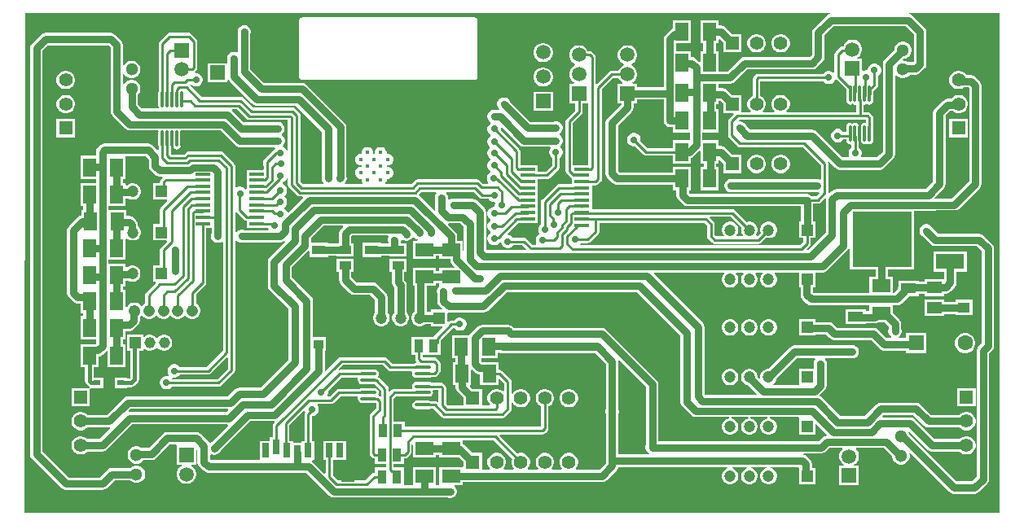
<source format=gbl>
%FSTAX23Y23*%
%MOIN*%
%SFA1B1*%

%IPPOS*%
%AMD91*
4,1,8,0.025100,0.007500,-0.025100,0.007500,-0.032600,0.000000,-0.032600,0.000000,-0.025100,-0.007500,0.025100,-0.007500,0.032600,0.000000,0.032600,0.000000,0.025100,0.007500,0.0*
1,1,0.014992,0.025100,0.000000*
1,1,0.014992,-0.025100,0.000000*
1,1,0.014992,-0.025100,0.000000*
1,1,0.014992,0.025100,0.000000*
%
%ADD16C,0.015748*%
%ADD17C,0.010000*%
%ADD24R,0.051181X0.043307*%
%ADD26R,0.059378X0.047500*%
%ADD33R,0.053937X0.075197*%
%ADD42R,0.047244X0.047244*%
%ADD63C,0.047244*%
%ADD68C,0.055118*%
%ADD69R,0.055118X0.055118*%
%ADD72C,0.045275*%
%ADD73R,0.045275X0.045275*%
%ADD75R,0.055118X0.055118*%
%ADD78C,0.030000*%
%ADD79C,0.015748*%
%ADD80C,0.062992*%
%ADD81R,0.062992X0.062992*%
%ADD82C,0.059055*%
%ADD83R,0.059055X0.059055*%
%ADD84C,0.051181*%
%ADD85R,0.051181X0.051181*%
%ADD86C,0.047559*%
%ADD87C,0.137795*%
%ADD88C,0.027559*%
%ADD89R,0.075197X0.053937*%
%ADD90R,0.037594X0.053394*%
G04~CAMADD=91~8~0.0~0.0~651.7~149.9~75.0~0.0~15~0.0~0.0~0.0~0.0~0~0.0~0.0~0.0~0.0~0~0.0~0.0~0.0~0.0~651.7~149.9*
%ADD91D91*%
%ADD92R,0.065173X0.014992*%
%ADD93R,0.031496X0.059055*%
%ADD94R,0.051181X0.055118*%
%ADD95R,0.039370X0.037401*%
%ADD96R,0.055118X0.074803*%
%ADD97R,0.062992X0.041339*%
%ADD98R,0.031496X0.023622*%
%ADD99R,0.118110X0.062992*%
%ADD100R,0.244094X0.228346*%
%ADD101O,0.011811X0.066929*%
%ADD102R,0.057087X0.037401*%
%ADD103R,0.049689X0.031815*%
%ADD104R,0.062992X0.011811*%
%LNpcb1-1*%
%LPD*%
G36*
X11791Y03425D02*
X07804D01*
X07801Y03428*
X07805Y05472*
X11097*
X11097Y05467*
X11092Y05466*
X11084Y0546*
X11031Y05408*
X11026Y05399*
X11024Y0539*
Y05302*
X11013Y05291*
X10748*
X10738Y05289*
X1073Y05283*
X10678Y05232*
X10641*
Y05315*
X1063*
Y05346*
X10641*
Y05361*
X10646Y05363*
X10661Y05349*
Y0531*
X10736*
Y05385*
X10697*
X1067Y05411*
X10662Y05417*
X10652Y05419*
X10641*
Y05441*
X10567*
Y05346*
X10579*
Y05315*
X10567*
Y05272*
X10562Y0527*
X10549Y05283*
X10541Y05289*
X10531Y05291*
X10529*
Y05315*
X10468*
Y05346*
X10529*
Y05441*
X10455*
Y05407*
X10452Y05407*
X10444Y05401*
X10424Y05382*
X10419Y05373*
X10417Y05364*
Y05167*
X10308*
Y05181*
X1029*
X10288Y05186*
X10293Y05188*
X103Y05196*
X10305Y05205*
X10308Y05215*
Y05225*
X10305Y05235*
X103Y05244*
X10293Y05252*
X10284Y05257*
X10284Y05258*
Y05261*
X10284Y05262*
X10293Y05267*
X103Y05274*
X10305Y05283*
X10308Y05294*
Y05304*
X10305Y05314*
X103Y05323*
X10293Y0533*
X10284Y05336*
X10274Y05338*
X10263*
X10253Y05336*
X10244Y0533*
X10237Y05323*
X10232Y05314*
X10229Y05304*
Y05294*
X10232Y05283*
X10237Y05274*
X10244Y05267*
X10253Y05262*
X10253Y05261*
Y05258*
X10253Y05257*
X10244Y05252*
X10237Y05244*
X10232Y05235*
X10204*
X10198Y05234*
X10193Y05231*
X10143Y0518*
X10138Y05182*
Y0529*
X10137Y05296*
X10133Y05301*
X10124Y0531*
X1012Y05313*
X10114Y05314*
X10106*
X10101Y05323*
X10094Y0533*
X10085Y05336*
X10075Y05338*
X10064*
X10054Y05336*
X10045Y0533*
X10038Y05323*
X10033Y05314*
X1003Y05304*
Y05294*
X10033Y05283*
X10038Y05274*
X10045Y05267*
X10054Y05262*
X10055Y05261*
Y05258*
X10054Y05257*
X10045Y05252*
X10038Y05244*
X10033Y05235*
X1003Y05225*
Y05215*
X10033Y05205*
X10038Y05196*
X10045Y05188*
X1005Y05186*
X10048Y05181*
X1003*
Y05102*
X10054*
Y05072*
X1002Y05038*
X10017Y05033*
X10016Y05027*
Y04824*
X10017Y04818*
X1002Y04813*
X10037Y04796*
X1004Y04794*
Y04769*
X09988*
X09982Y04768*
X09977Y04765*
X0992Y04707*
X09916Y04703*
X09915Y04697*
Y04606*
X09913Y04605*
X09908Y046*
X09905Y04594*
X09903Y04587*
Y0458*
X09905Y04573*
X09907Y04568*
X09908Y04566*
X09906Y04562*
X09904Y04561*
X09899Y04556*
X09895Y0455*
X09893Y04543*
Y04535*
X09895Y04528*
X09896Y04527*
X09893Y04522*
X0988*
X09856Y04546*
X09851Y04549*
X09845Y0455*
X09802*
X09801Y04552*
X09796Y04557*
X0979Y04561*
X09783Y04562*
X09781*
X09779Y04567*
X09822Y0461*
X09861*
X09867Y04611*
X09867Y04611*
X09902*
Y04637*
Y04663*
Y04688*
Y04714*
Y04739*
Y04765*
Y0479*
X09939*
X09945Y04791*
X0995Y04795*
X09987Y04831*
X0999Y04836*
X09991Y04842*
Y04878*
X09993Y04879*
X09998Y04884*
X10002Y0489*
X10003Y04897*
Y04905*
X10002Y04912*
X09998Y04918*
X09994Y04921*
X09993Y04925*
X09994Y04928*
X09998Y04931*
X10002Y04938*
X10003Y04945*
Y04952*
X10002Y04959*
X09998Y04965*
X09993Y0497*
X09991Y04971*
Y04976*
X09993Y04977*
X09998Y04983*
X10002Y04989*
X10003Y04996*
Y05003*
X10002Y0501*
X09998Y05016*
X09993Y05022*
X09987Y05025*
X0998Y05027*
X09972*
X09965Y05025*
X09965Y05025*
X09872*
X09789Y05108*
X09789Y05109*
X09785Y05115*
X0978Y0512*
X09774Y05124*
X09767Y05125*
X0976*
X09753Y05124*
X09746Y0512*
X09741Y05115*
X09738Y05109*
X09736Y05102*
Y05094*
X09738Y05087*
X09741Y05081*
X09744Y05078*
X09742Y05073*
X09735*
X09735Y05073*
X09728Y05075*
X0972*
X09713Y05073*
X09707Y0507*
X09702Y05064*
X09698Y05058*
X09696Y05051*
Y05044*
X09698Y05037*
X09702Y05031*
X09707Y05025*
X09709Y05024*
Y05019*
X09707Y05018*
X09702Y05012*
X09698Y05006*
X09696Y04999*
Y04992*
X09698Y04985*
X09702Y04979*
X09707Y04974*
X09709Y04972*
Y04967*
X09707Y04966*
X09702Y04961*
X09698Y04955*
X09696Y04948*
Y04941*
X09698Y04934*
X09702Y04927*
X09705Y04924*
X09706Y04921*
X09705Y04918*
X09702Y04914*
X09698Y04908*
X09696Y04901*
Y04894*
X09698Y04887*
X09702Y0488*
X09707Y04875*
X09709Y04874*
Y04869*
X09707Y04868*
X09702Y04863*
X09698Y04857*
X09696Y0485*
Y04842*
X09698Y04835*
X09702Y04829*
X09707Y04824*
X09708Y04824*
Y04818*
X09704Y04816*
X09699Y04811*
X09695Y04804*
X09693Y04797*
Y0479*
X09695Y04783*
X09699Y04777*
X09699Y04776*
X09697Y04772*
X09678*
X09666Y04784*
X09661Y04787*
X09659Y04788*
X09659Y04788*
X09653Y04789*
X09409*
X09403Y04788*
X09398Y04784*
X09384Y0477*
X09281*
X09279Y04775*
X09279Y04775*
X09283Y04784*
Y04792*
X09292*
X093Y04796*
X09307Y04803*
X09311Y04811*
Y04821*
X09307Y04829*
X093Y04836*
X09292Y0484*
X09283*
Y04848*
X09292*
X093Y04851*
X09307Y04858*
X09311Y04866*
Y04876*
X09307Y04885*
X093Y04891*
X09292Y04895*
X09283*
Y04903*
X09279Y04912*
X09273Y04919*
X09264Y04922*
X09255*
X09246Y04919*
X09239Y04912*
X09236Y04903*
Y04895*
X09228*
Y04903*
X09224Y04912*
X09218Y04919*
X09209Y04922*
X092*
X09191Y04919*
X09184Y04912*
X09181Y04903*
Y04895*
X09172*
X09163Y04891*
X09157Y04885*
X09153Y04876*
Y04866*
X09157Y04858*
X09163Y04851*
X09172Y04848*
X09181*
Y0484*
X09172*
X09163Y04836*
X09157Y04829*
X09153Y04821*
Y04811*
X09157Y04803*
X09163Y04796*
X09172Y04792*
X09181*
Y04784*
X09184Y04775*
X09185Y04775*
X09183Y0477*
X09114*
X09112Y04775*
X09114Y04777*
X09118Y04783*
X0912Y0479*
Y04797*
X09119Y04798*
Y05003*
X09118Y05013*
X09112Y05021*
X08955Y05178*
X08947Y05183*
X08937Y05185*
X08782*
X08726Y05241*
Y05382*
X08726Y05383*
X08728Y0539*
Y05397*
X08726Y05404*
X08722Y0541*
X08717Y05415*
X08711Y05419*
X08704Y05421*
X08697*
X0869Y05419*
X08683Y05415*
X08678Y0541*
X08675Y05404*
X08673Y05397*
Y0539*
X08675Y05383*
X08675Y05382*
Y05313*
X0867Y0531*
X08668Y05311*
X08661Y05312*
X08654*
X08647Y05311*
X08641Y05307*
X08636Y05302*
X08632Y05296*
X0863Y05289*
Y05281*
X08632Y05274*
X08632Y05274*
Y0527*
X08632Y05265*
X08627*
X08552*
Y05186*
X08632*
Y05195*
X08637Y05196*
X0864Y05191*
X08731Y051*
X0874Y05094*
X0875Y05092*
X08912*
X09019Y04985*
Y04804*
X09019Y04803*
X09017Y04796*
Y04789*
X09019Y04782*
X09023Y04776*
X09023Y04775*
X09021Y0477*
X08941*
X08931Y04781*
Y0505*
X0893Y05056*
X08927Y05061*
X08908Y05079*
X08903Y05083*
X08897Y05084*
X08736*
X08697Y05123*
X08692Y05126*
X08686Y05127*
X08525*
X0848Y05173*
X08482Y05178*
X08483Y05178*
X08487Y05174*
X08493Y05171*
X085Y05169*
X08507*
X08514Y05171*
X0852Y05174*
X08525Y05179*
X08529Y05186*
X08531Y05193*
Y052*
X08529Y05207*
X08525Y05213*
X0852Y05218*
X08514Y05222*
X08507Y05224*
X085*
X085Y05224*
X08499Y05229*
X08504Y05235*
X08508Y0524*
X08509Y05246*
Y05354*
X08508Y0536*
X08504Y05365*
X08485Y05384*
X0848Y05388*
X08474Y05389*
X08395*
X08389Y05388*
X08384Y05384*
X08355Y05355*
X08352Y0535*
X0835Y05344*
Y0515*
X08349Y05145*
Y0509*
X0835Y05085*
X08348Y0508*
X08282*
X08265Y05097*
Y05136*
X08268Y05139*
X08273Y05147*
X08275Y05156*
Y05166*
X08273Y05175*
X08268Y05183*
X08262Y05189*
X08253Y05194*
X08244Y05197*
X08235*
X08226Y05194*
X08218Y05189*
X08211Y05183*
X08209Y05179*
X08204Y05181*
Y0522*
X08209Y05221*
X08211Y05218*
X08218Y05211*
X08226Y05206*
X08235Y05204*
X08244*
X08253Y05206*
X08262Y05211*
X08268Y05218*
X08273Y05226*
X08275Y05235*
Y05244*
X08273Y05253*
X08268Y05262*
X08262Y05268*
X08253Y05273*
X08244Y05275*
X08235*
X08226Y05273*
X08218Y05268*
X08211Y05262*
X08209Y05258*
X08204Y05259*
Y05339*
X08202Y05349*
X08197Y05357*
X08172Y05382*
X08164Y05387*
X08154Y05389*
X07887*
X07878Y05387*
X07869Y05382*
X07832Y05344*
X07826Y05336*
X07824Y05326*
Y03665*
X07826Y03655*
X07832Y03647*
X07954Y03525*
X07962Y03519*
X07972Y03517*
X0812*
X08129Y03519*
X08138Y03525*
X0817Y03557*
X08235*
X08237Y03554*
X08246Y03549*
X08255Y03547*
X08264*
X08273Y03549*
X08281Y03554*
X08288Y0356*
X08293Y03568*
X08295Y03577*
Y03587*
X08293Y03596*
X08288Y03604*
X08281Y03611*
X08273Y03615*
X08264Y03618*
X08255*
X08246Y03615*
X08237Y03611*
X08235Y03608*
X08159*
X08149Y03606*
X08141Y036*
X08109Y03568*
X07983*
X07875Y03675*
Y05316*
X07898Y05338*
X08143*
X08153Y05329*
Y05068*
X08155Y05059*
X08161Y0505*
X08214Y04997*
X08223Y04991*
X08232Y04989*
X08347*
X0835Y04985*
X08349Y04984*
Y04929*
X0835Y04924*
Y04912*
X08345Y04909*
X08344Y0491*
X08343Y0491*
X08325Y04929*
X08316Y04934*
X08307Y04936*
X08129*
X0812Y04934*
X08111Y04929*
X08102Y04919*
X08096Y04911*
X08094Y04901*
Y04886*
X08031*
Y0479*
X08094*
Y04775*
X08031*
Y0468*
X08042*
Y04663*
X08033*
Y04642*
X08029Y04641*
X08021Y04636*
X07983Y04598*
X07978Y0459*
X07976Y0458*
Y04469*
X07976Y04469*
X07974Y04462*
Y04455*
X07976Y04448*
X07976Y04447*
Y04324*
X07978Y04315*
X07983Y04306*
X08001Y04289*
X08009Y04283*
X08019Y04281*
X08031*
Y04242*
X08042*
Y04229*
X0803*
Y04134*
X08094*
Y04117*
X08091Y04115*
X08079*
X08076Y04114*
X0803*
Y04019*
X08049*
Y03965*
X0805Y03958*
X08054Y03953*
X08063Y03943*
X08069Y03939*
X08068Y03935*
X08065*
X07993*
Y0386*
X08069*
Y0393*
Y03931*
X08072Y03934*
X08073*
X08123*
Y03978*
X08085*
Y04019*
X08104*
Y04064*
X08112Y04065*
X0812Y04071*
X08137Y04088*
X08142Y04086*
Y04019*
X08216*
Y04114*
X08204*
Y04134*
X08216*
Y04168*
X0823*
X0824Y0417*
X08248Y04176*
X08265Y04193*
X08271Y04202*
X08273Y04211*
Y04225*
X08278Y0423*
X08281Y04231*
X08284Y0423*
X0829Y04224*
X08297Y0422*
X08306Y04218*
X08315*
X08324Y0422*
X08331Y04224*
X08337Y0423*
X0834Y04231*
X08343Y0423*
X08349Y04224*
X08357Y0422*
X08365Y04218*
X08374*
X08383Y0422*
X0839Y04224*
X08396Y0423*
X08399Y04231*
X08402Y0423*
X08408Y04224*
X08416Y0422*
X08424Y04218*
X08433*
X08442Y0422*
X08449Y04224*
X08455Y0423*
X08458Y04231*
X08461Y0423*
X08467Y04224*
X08475Y0422*
X08483Y04218*
X08492*
X08501Y0422*
X08508Y04224*
X08515Y04231*
X08519Y04238*
X08521Y04247*
Y04256*
X08519Y04265*
X08515Y04272*
X08508Y04279*
X08503Y04282*
Y04318*
X08542Y04357*
X08545Y04362*
X08546Y04368*
Y04592*
X08567*
Y04568*
X08566Y04567*
X08564Y0456*
Y04553*
X08566Y04546*
X0857Y0454*
X08575Y04535*
X08581Y04531*
X08588Y04529*
X08596*
X08603Y04531*
X08608Y04534*
X08613Y04532*
Y04087*
X08546Y04021*
X08438*
X08437Y04022*
X08432Y04027*
X08425Y04031*
X08418Y04033*
X08411*
X08404Y04031*
X08398Y04027*
X08393Y04022*
X08389Y04016*
X08387Y04009*
Y04002*
X08389Y03995*
X08393Y03988*
X08393Y03988*
X08393Y03987*
X08387Y03983*
X08386Y03984*
X08379*
X08372Y03982*
X08365Y03978*
X0836Y03973*
X08357Y03967*
X08355Y0396*
Y03953*
X08357Y03946*
X0836Y03939*
X08365Y03934*
X08372Y03931*
X08379Y03929*
X08386*
X08393Y03931*
X08399Y03934*
X08404Y03939*
X08405Y03941*
X08596*
X08602Y03942*
X08607Y03945*
X08659Y03997*
X08662Y04002*
X08663Y04008*
Y04538*
X08668Y0454*
X08668Y0454*
X08674Y04535*
X0868Y04531*
X08687Y04529*
X08694*
X08701Y04531*
X08701Y04531*
X08848*
X08858Y04533*
X08865Y04538*
X08868Y04534*
X08804Y0447*
X08799Y04462*
X08797Y04452*
Y04354*
X08799Y04344*
X08804Y04336*
X08882Y04258*
Y04051*
X08768Y03937*
X0868*
X0867Y03935*
X08662Y0393*
X08633Y03901*
X08226*
X08216Y03899*
X08208Y03894*
X08139Y03824*
X08059*
X08054Y03829*
X08045Y03834*
X08036Y03836*
X08026*
X08017Y03834*
X08008Y03829*
X08001Y03822*
X07996Y03813*
X07993Y03804*
Y03794*
X07996Y03784*
X08001Y03776*
X08008Y03769*
X08017Y03764*
X08026Y03761*
X08036*
X08045Y03764*
X08054Y03769*
X08059Y03773*
X08149*
X0815Y03773*
X08152Y03769*
X08109Y03726*
X08059*
X08054Y0373*
X08045Y03735*
X08036Y03738*
X08026*
X08017Y03735*
X08008Y0373*
X08001Y03723*
X07996Y03715*
X07993Y03705*
Y03695*
X07996Y03686*
X08001Y03677*
X08008Y0367*
X08017Y03665*
X08026Y03663*
X08036*
X08045Y03665*
X08054Y0367*
X08059Y03675*
X0812*
X08129Y03677*
X08138Y03682*
X08241Y03786*
X08632*
X08634Y03781*
X08568Y03714*
X08567Y03714*
X08561Y03711*
X08557Y03711*
X08553Y03716*
X08521Y03748*
X08513Y03753*
X08503Y03755*
X08385*
X08376Y03753*
X08367Y03748*
X0831Y0369*
X08279*
X08273Y03694*
X08264Y03697*
X08255*
X08246Y03694*
X08237Y03689*
X08231Y03683*
X08226Y03675*
X08224Y03666*
Y03656*
X08226Y03647*
X08231Y03639*
X08237Y03632*
X08246Y03628*
X08255Y03625*
X08264*
X08273Y03628*
X08281Y03632*
X08288Y03639*
X08288Y03639*
X0832*
X0833Y03641*
X08339Y03647*
X08396Y03704*
X08422*
X08425Y037*
Y03621*
X08443*
X08444Y03616*
X0844Y03614*
X08432Y03606*
X08427Y03597*
X08425Y03587*
Y03577*
X08427Y03567*
X08432Y03558*
X0844Y03551*
X08449Y03545*
X08459Y03543*
X08469*
X08479Y03545*
X08488Y03551*
X08496Y03558*
X08501Y03567*
X08504Y03577*
Y03587*
X08501Y03597*
X08496Y03606*
X08488Y03614*
X08484Y03616*
X08485Y03621*
X08504*
Y03682*
X08509Y03685*
X08509Y03684*
Y03631*
X08511Y03621*
X08517Y03613*
X08534Y03596*
X08543Y0359*
X08553Y03588*
X08908*
X08908Y03588*
X08915Y03586*
X08922*
X08929Y03588*
X0893Y03588*
X08954*
X09049Y03493*
X09057Y03488*
X09067Y03486*
X09532*
X09539Y03484*
X09546*
X09553Y03486*
X0956Y03489*
X09565Y03494*
X09568Y03501*
X0957Y03508*
Y03515*
X09568Y03522*
X09565Y03528*
X0956Y03533*
X0956Y03533*
X09561Y03538*
X09594*
Y0355*
X10166*
X10176Y03552*
X10184Y03557*
X10224Y03598*
X1023Y03606*
X10231Y03612*
X10679*
X1068Y03607*
X10676Y03606*
X10668Y03601*
X10662Y03595*
X10657Y03587*
X10655Y03579*
Y0357*
X10657Y03561*
X10662Y03554*
X10668Y03547*
X10676Y03543*
X10684Y03541*
X10693*
X10701Y03543*
X10709Y03547*
X10715Y03554*
X1072Y03561*
X10722Y0357*
Y03579*
X1072Y03587*
X10715Y03595*
X10709Y03601*
X10701Y03606*
X10697Y03607*
X10698Y03612*
X10758*
X10759Y03607*
X10754Y03606*
X10747Y03601*
X1074Y03595*
X10736Y03587*
X10734Y03579*
Y0357*
X10736Y03561*
X1074Y03554*
X10747Y03547*
X10754Y03543*
X10763Y03541*
X10772*
X1078Y03543*
X10788Y03547*
X10794Y03554*
X10799Y03561*
X10801Y0357*
Y03579*
X10799Y03587*
X10794Y03595*
X10788Y03601*
X1078Y03606*
X10776Y03607*
X10776Y03612*
X10837*
X10837Y03607*
X10833Y03606*
X10825Y03601*
X10819Y03595*
X10815Y03587*
X10812Y03579*
Y0357*
X10815Y03561*
X10819Y03554*
X10825Y03547*
X10833Y03543*
X10842Y03541*
X1085*
X10859Y03543*
X10867Y03547*
X10873Y03554*
X10877Y03561*
X1088Y0357*
Y03579*
X10877Y03587*
X10873Y03595*
X10867Y03601*
X10859Y03606*
X10855Y03607*
X10855Y03612*
X10967*
X1097Y03608*
Y03541*
X11037*
Y03608*
X11024*
Y03624*
X11022Y03633*
X11017Y03642*
X11003Y03655*
X10994Y03661*
X10989Y03662*
X1099Y03667*
X11062*
X11072Y03669*
X11081Y03674*
X11095Y03689*
X11147*
X11149Y03684*
X11144Y03679*
X11139Y0367*
X11136Y0366*
Y0365*
X11139Y0364*
X11144Y03631*
X11151Y03623*
X11156Y03621*
X11155Y03616*
X11136*
Y03537*
X11215*
Y03616*
X11197*
X11195Y03621*
X112Y03623*
X11207Y03631*
X11213Y0364*
X11215Y0365*
Y0366*
X11213Y0367*
X11207Y03679*
X11203Y03684*
X11205Y03689*
X11317*
X11352Y03655*
Y03652*
X11354Y03643*
X11359Y03635*
X11365Y03629*
X11374Y03624*
X11383Y03621*
X11392*
X11401Y03624*
X11409Y03629*
X11416Y03635*
X1142Y03643*
X11423Y03652*
Y03662*
X11422Y03666*
X11426Y03669*
X11586Y03509*
X11594Y03504*
X11604Y03502*
X11688*
X11698Y03504*
X11707Y03509*
X11742Y03544*
X11747Y03553*
X11749Y03562*
Y04078*
X11762Y0409*
X11767Y04098*
X11769Y04108*
Y04506*
X11767Y04515*
X11762Y04524*
X11725Y0456*
X11717Y04565*
X11707Y04567*
X11539*
X11517Y04589*
X11517Y04589*
X11514Y04595*
X11509Y046*
X11502Y04604*
X11495Y04606*
X11488*
X11481Y04604*
X11475Y046*
X1147Y04595*
X11466Y04589*
X11464Y04582*
Y04575*
X11466Y04568*
X1147Y04561*
X11475Y04556*
X11481Y04553*
X11481Y04552*
X1151Y04524*
X11518Y04518*
X11528Y04516*
X11697*
X11718Y04495*
Y04118*
X11706Y04106*
X117Y04098*
X11698Y04088*
Y03573*
X11678Y03553*
X11614*
X11422Y03745*
X1142Y03749*
X11417Y03755*
X11421Y03758*
X11497Y03682*
X11505Y03677*
X11515Y03675*
X11627*
X11632Y0367*
X11641Y03665*
X1165Y03663*
X1166*
X1167Y03665*
X11678Y0367*
X11685Y03677*
X1169Y03686*
X11693Y03695*
Y03705*
X1169Y03715*
X11685Y03723*
X11678Y0373*
X1167Y03735*
X1166Y03738*
X1165*
X11641Y03735*
X11632Y0373*
X11627Y03726*
X11526*
X11444Y03807*
X11436Y03813*
X11426Y03815*
X11313*
X11311Y03819*
X11316Y03824*
X11438*
X11482Y03781*
X1149Y03775*
X115Y03773*
X11627*
X11632Y03769*
X11641Y03764*
X1165Y03761*
X1166*
X1167Y03764*
X11678Y03769*
X11685Y03776*
X1169Y03784*
X11693Y03794*
Y03804*
X1169Y03813*
X11685Y03822*
X11678Y03829*
X1167Y03834*
X1166Y03836*
X1165*
X11641Y03834*
X11632Y03829*
X11627Y03824*
X11511*
X11467Y03868*
X11459Y03873*
X11449Y03875*
X11305*
X11296Y03873*
X11287Y03868*
X11239Y0382*
X1114*
X11061Y03899*
X11056Y03902*
X11056Y03907*
X11075Y03927*
X11081Y03935*
X11083Y03945*
Y04022*
X11083Y04023*
X11085Y0403*
Y04037*
X11083Y04044*
X11079Y0405*
X11077Y04053*
X11079Y04058*
X11177*
X11177Y04057*
X11184Y04056*
X11191*
X11198Y04057*
X11204Y04061*
X1121Y04066*
X11213Y04073*
X11215Y0408*
Y04087*
X11213Y04094*
X1121Y041*
X11204Y04105*
X11198Y04109*
X11191Y04111*
X11184*
X11177Y04109*
X11177Y04109*
X10952*
X10942Y04107*
X10934Y04101*
X10846Y04013*
X10842*
X10833Y04011*
X10825Y04007*
X10819Y04*
X10815Y03993*
X10812Y03984*
Y03975*
X10812Y03975*
X10808Y03973*
X10801Y0398*
Y03984*
X10799Y03993*
X10794Y04*
X10788Y04007*
X1078Y04011*
X10772Y04013*
X10763*
X10754Y04011*
X10747Y04007*
X1074Y04*
X10736Y03993*
X10734Y03984*
Y03975*
X10736Y03967*
X1074Y03959*
X10747Y03953*
X10754Y03948*
X10762Y03946*
X10797Y03912*
X10795Y03907*
X10663*
X10661Y03907*
X10587*
X10584Y03909*
Y04185*
X10582Y04194*
X10577Y04203*
X10375Y04404*
X10377Y04408*
X10663*
X10665Y04403*
X10662Y044*
X10657Y04392*
X10655Y04384*
Y04375*
X10657Y04366*
X10662Y04359*
X10668Y04353*
X10676Y04348*
X10684Y04346*
X10693*
X10701Y04348*
X10709Y04353*
X10715Y04359*
X1072Y04366*
X10722Y04375*
Y04384*
X1072Y04392*
X10715Y044*
X10712Y04403*
X10714Y04408*
X10742*
X10744Y04403*
X1074Y044*
X10736Y04392*
X10734Y04384*
Y04375*
X10736Y04366*
X1074Y04359*
X10747Y04353*
X10754Y04348*
X10763Y04346*
X10772*
X1078Y04348*
X10788Y04353*
X10794Y04359*
X10799Y04366*
X10801Y04375*
Y04384*
X10799Y04392*
X10794Y044*
X10791Y04403*
X10793Y04408*
X1082*
X10822Y04403*
X10819Y044*
X10815Y04392*
X10812Y04384*
Y04375*
X10815Y04366*
X10819Y04359*
X10825Y04353*
X10833Y04348*
X10842Y04346*
X1085*
X10859Y04348*
X10867Y04353*
X10873Y04359*
X10877Y04366*
X1088Y04375*
Y04384*
X10877Y04392*
X10873Y044*
X1087Y04403*
X10872Y04408*
X1097*
Y04346*
X10977*
Y04316*
X10979Y04307*
X10984Y04298*
X11002Y04281*
X1101Y04275*
X1102Y04273*
X11259*
Y0425*
X11244*
Y04257*
X11161*
Y04196*
X11244*
Y04199*
X1128*
X11289Y04201*
X11294Y04204*
X1132*
X11338Y04187*
Y04179*
X11338Y04178*
X11336Y04171*
Y04164*
X11338Y04157*
X11342Y04151*
X11347Y04146*
X11349Y04144*
X11348Y04139*
X11329*
X11293Y04175*
X11285Y04181*
X11275Y04182*
X11124*
X1111Y04197*
X11101Y04203*
X11092Y04205*
X11037*
Y04216*
X1097*
Y04149*
X11037*
Y04154*
X11081*
X11096Y04139*
X11104Y04133*
X11114Y04131*
X11265*
X113Y04096*
X11309Y0409*
X11318Y04088*
X11409*
Y04077*
X11492*
Y0416*
X11409*
Y04139*
X11379*
X11378Y04144*
X11381Y04146*
X11386Y04151*
X11389Y04157*
X11391Y04164*
Y04171*
X11389Y04178*
X11389Y04179*
Y04197*
X11387Y04207*
X11382Y04215*
X11354Y04243*
Y04273*
X11372*
X11381Y04275*
X1139Y04281*
X1142Y04311*
X11421Y04312*
X1146*
Y0432*
X11484*
Y04312*
X11564*
Y04322*
X11572*
X11581Y04324*
X1159Y0433*
X11607Y04347*
X11613Y04356*
X11615Y04366*
Y04411*
X11658*
Y04494*
X1152*
Y04411*
X11564*
Y04385*
X11564Y0438*
X11484*
Y04371*
X1146*
Y04374*
X11377*
Y04348*
X11376Y04346*
Y0434*
X11361Y04324*
X11354*
Y0439*
X11334*
Y04419*
X11442*
Y04659*
X11606*
X11615Y04661*
X11624Y04666*
X1171Y04753*
X11716Y04761*
X11718Y04771*
Y05173*
X11716Y05182*
X1171Y05191*
X11692Y0521*
X11683Y05215*
X11674Y05217*
X11655*
X11654Y05219*
X11647Y05226*
X11638Y05231*
X11628Y05234*
X11619*
X11609Y05231*
X116Y05226*
X11593Y05219*
X11589Y05211*
X11586Y05201*
Y05191*
X11589Y05182*
X11593Y05173*
X116Y05166*
X11609Y05161*
X11619Y05159*
X11628*
X11638Y05161*
X11646Y05166*
X11663*
X11667Y05162*
Y04782*
X11595Y0471*
X11528*
X11526Y04714*
X11563Y04751*
X11568Y04759*
X1157Y04769*
Y0505*
X11589Y05069*
X116*
X116Y05068*
X11609Y05063*
X11619Y0506*
X11628*
X11638Y05063*
X11647Y05068*
X11654Y05075*
X11659Y05083*
X11661Y05093*
Y05103*
X11659Y05112*
X11654Y05121*
X11647Y05128*
X11638Y05133*
X11628Y05135*
X11619*
X11609Y05133*
X116Y05128*
X11593Y05121*
X11593Y05119*
X11578*
X11568Y05118*
X1156Y05112*
X11527Y05079*
X11521Y0507*
X11519Y05061*
Y0478*
X11489Y0475*
X11123*
X11114Y04748*
X11105Y04742*
X11096Y04733*
X11091Y04735*
Y04853*
X11089Y04859*
X11094Y04861*
X11119Y04836*
X11128Y0483*
X11137Y04828*
X113*
X1131Y0483*
X11318Y04836*
X11356Y04874*
X11362Y04882*
X11364Y04892*
Y05214*
X11369Y05216*
X11373Y05211*
X11381Y05206*
X1139Y05204*
X114*
X11409Y05206*
X11417Y05211*
X11424Y05218*
X11424Y05218*
X11448*
X11458Y0522*
X11466Y05226*
X11484Y05243*
X1149Y05252*
X11492Y05261*
Y05393*
X1149Y05403*
X11484Y05411*
X11435Y0546*
X11427Y05466*
X11422Y05467*
X11422Y05472*
X11791*
Y03425*
G37*
G36*
X11441Y05383D02*
Y05272D01*
X11438Y05269*
X11415*
X11409Y05273*
X114Y05275*
X11397*
X11395Y0528*
X11397Y05283*
X114*
X11409Y05285*
X11417Y0529*
X11424Y05297*
X11428Y05305*
X11431Y05314*
Y05323*
X11428Y05332*
X11424Y0534*
X11417Y05347*
X11409Y05352*
X114Y05354*
X1139*
X11381Y05352*
X11373Y05347*
X11367Y0534*
X11362Y05332*
X1136Y05323*
Y05319*
X1132Y05279*
X11315Y05271*
X11313Y05261*
Y04902*
X11289Y04879*
X11228*
X11225Y04884*
X11226Y04886*
X11228Y04893*
Y049*
X11226Y04907*
X11222Y04913*
X11217Y04918*
X11216Y04919*
Y04968*
X11216Y04968*
Y05005*
X11214Y05012*
X11211Y05017*
X11206Y0502*
X11199Y05022*
X11193Y0502*
X11189Y05018*
X11186Y0502*
X1118Y05022*
X11173Y0502*
X11168Y05017*
X11165Y05012*
X11163Y05005*
Y04983*
X11152*
X11151Y04985*
X11146Y0499*
X1114Y04994*
X11133Y04996*
X11126*
X11119Y04994*
X11113Y0499*
X11107Y04985*
X11104Y04979*
X11102Y04972*
Y04964*
X11104Y04957*
X11107Y04951*
X11113Y04946*
X11119Y04942*
X11126Y0494*
X11133*
X1114Y04942*
X11146Y04946*
X11151Y04951*
X11152Y04953*
X11163*
Y0495*
X11165Y04944*
X11168Y04939*
X11173Y04935*
X1118Y04934*
X11181Y04934*
X11185Y04931*
Y04919*
X11183Y04918*
X11178Y04913*
X11175Y04907*
X11173Y049*
Y04893*
X11175Y04886*
X11175Y04884*
X11173Y04879*
X11148*
X11041Y04986*
X11033Y04992*
X11023Y04993*
X1077*
X10754Y0501*
X10754Y0501*
X1075Y05016*
X10745Y05022*
X10738Y05025*
X10731Y05027*
X10729*
X10728Y05027*
X10726Y05032*
X10727Y05033*
X11243*
X11244Y05033*
Y05024*
X1124Y05021*
X11239Y05022*
X11232Y0502*
X11227Y05017*
X11224Y05012*
X11222Y05005*
Y0495*
X11224Y04944*
X11227Y04939*
X11232Y04935*
X11239Y04934*
X11245Y04935*
X11249Y04938*
X11252Y04935*
X11258Y04934*
X11265Y04935*
X1127Y04939*
X11273Y04944*
X11275Y0495*
Y04968*
X11275Y04968*
Y05039*
X11273Y05045*
X1127Y0505*
X1126Y0506*
X11255Y05063*
X1125Y05064*
X11235*
Y05093*
X11239Y05095*
X11245Y05097*
X11249Y05099*
X11252Y05097*
X11258Y05095*
X11265Y05097*
X1127Y051*
X11273Y05106*
X11275Y05112*
Y05135*
X11275Y05137*
Y05151*
X1129Y05166*
X11293Y05171*
X11294Y05177*
Y05213*
X11296Y05214*
X11301Y05219*
X11305Y05225*
X11307Y05232*
Y05239*
X11305Y05246*
X11301Y05253*
X11296Y05258*
X1129Y05261*
X11283Y05263*
X11275*
X11268Y05261*
X11262Y05258*
X11257Y05253*
X11253Y05246*
X11251Y05239*
Y05237*
X1125Y05236*
X11243*
X11236Y05234*
X11234Y05233*
X11229Y05236*
Y05283*
X11211*
X11209Y05288*
X11214Y05291*
X11221Y05298*
X11226Y05307*
X11229Y05317*
Y05328*
X11226Y05338*
X11221Y05347*
X11214Y05354*
X11205Y05359*
X11195Y05362*
X11184*
X11174Y05359*
X11165Y05354*
X11158Y05347*
X11153Y05338*
X11152Y05334*
X11149*
X11143Y05333*
X11138Y05329*
X11121Y05311*
X11117Y05307*
X11116Y05301*
Y05228*
X11111Y05226*
X11109Y05228*
X11103Y05232*
X11096Y05234*
X11088*
X11081Y05232*
X11075Y05228*
X1107Y05223*
X11069Y05221*
X10803*
X10797Y0522*
X10792Y05217*
X10786Y05211*
X10783Y05206*
X10781Y052*
Y05132*
X10774Y05128*
X10767Y05121*
X10762Y05112*
X10759Y05103*
Y05093*
X10762Y05083*
X10767Y05075*
X10773Y05069*
X10771Y05064*
X10736*
Y05135*
X10697*
X10677Y05155*
X10669Y05161*
X10659Y05163*
X10641*
Y05181*
X10688*
X10698Y05183*
X10707Y05188*
X10758Y0524*
X11023*
X11033Y05242*
X11041Y05247*
X11067Y05273*
X11073Y05282*
X11075Y05291*
Y05379*
X11112Y05417*
X11406*
X11441Y05383*
G37*
G36*
X11163Y05159D02*
Y05112D01*
X11165Y05106*
X11168Y051*
X11173Y05097*
X1118Y05095*
X11186Y05097*
X11189Y05099*
X11193Y05097*
X11199Y05095*
X11201Y05096*
X11205Y05093*
Y05064*
X10921*
X10919Y05069*
X10925Y05075*
X1093Y05083*
X10933Y05093*
Y05103*
X1093Y05112*
X10925Y05121*
X10918Y05128*
X1091Y05133*
X109Y05135*
X1089*
X10881Y05133*
X10872Y05128*
X10865Y05121*
X1086Y05112*
X10858Y05103*
Y05093*
X1086Y05083*
X10865Y05075*
X10871Y05069*
X10869Y05064*
X10823*
X10821Y05069*
X10827Y05075*
X10832Y05083*
X10834Y05093*
Y05103*
X10832Y05112*
X10827Y05121*
X1082Y05128*
X10812Y05132*
Y05191*
X11069*
X1107Y05189*
X11075Y05184*
X11081Y05181*
X11088Y05179*
X11096*
X11103Y05181*
X11109Y05184*
X11114Y05189*
X11118Y05196*
X11118Y05197*
X11124Y05198*
X11163Y05159*
G37*
G36*
X08664Y04929D02*
X08672Y04924D01*
X08682Y04922*
X08825*
X08828Y04918*
X08828Y04917*
X08826Y04914*
X08824Y04911*
X08819Y04908*
X08782Y04871*
X08779Y04866*
X08778Y0486*
Y04828*
X0871*
Y04797*
Y0475*
X08705Y04748*
X08705Y04749*
X087Y04754*
X08693Y04758*
X08686Y0476*
X08679*
X08672Y04758*
X08668Y04756*
X08663Y04759*
Y04844*
X08662Y0485*
X08659Y04855*
X08615Y04899*
X0861Y04903*
X08604Y04904*
X08471*
X08465Y04903*
X0846Y04899*
X08453Y04892*
X08401*
Y04926*
X08402Y04929*
Y04984*
X08405Y04985*
X08408Y04981*
Y04929*
X0841Y04922*
X08413Y04917*
X08418Y04914*
X08425Y04912*
X08431Y04914*
X08436Y04917*
X0844Y04922*
X08441Y04929*
Y04984*
X08441Y04985*
X08444Y04989*
X08604*
X08664Y04929*
G37*
G36*
X08711Y05038D02*
X08716Y05034D01*
X08722Y05033*
X08879*
Y04907*
X08874Y04906*
X08874Y04908*
X0887Y04914*
X08865Y04919*
X0886Y04922*
X08859Y04926*
X08859Y04928*
X08861Y0493*
X08865Y04937*
X08867Y04944*
Y04951*
X08865Y04958*
X08861Y04964*
X08856Y04969*
X08854Y0497*
X08855Y04976*
X08859Y04981*
X08863Y04987*
X08865Y04994*
Y05001*
X08863Y05008*
X08859Y05014*
X08854Y0502*
X08848Y05023*
X08841Y05025*
X08833*
X08826Y05023*
X08826Y05023*
X08699*
X0865Y05072*
X08651Y05077*
X08671*
X08711Y05038*
G37*
G36*
X10107Y04848D02*
X10046D01*
Y05021*
X1008Y05055*
X10084Y0506*
X10085Y05066*
Y05102*
X10107*
Y04848*
G37*
G36*
X09828Y0493D02*
X09836Y04925D01*
X09846Y04923*
X09952*
X09954Y04918*
X09954Y04918*
X0995Y04912*
X09948Y04905*
Y04897*
X0995Y0489*
X09954Y04884*
X09959Y04879*
X09961Y04878*
Y04848*
X09933Y04821*
X09902*
Y04848*
X0983*
Y04904*
X09829Y0491*
X09826Y04915*
X09751Y0499*
X09751Y04992*
Y04999*
X09751Y05*
X09756Y05002*
X09828Y0493*
G37*
G36*
X10417Y05029D02*
X10419Y05019D01*
X10424Y05011*
X10433Y05005*
X10442Y05004*
X10455*
Y04981*
X10525*
Y04949*
X10455*
Y04916*
X10352*
X10322Y04947*
X10322Y04949*
Y04956*
X1032Y04963*
X10317Y04969*
X10312Y04974*
X10305Y04978*
X10298Y0498*
X10291*
X10284Y04978*
X10278Y04974*
X10273Y04969*
X10269Y04963*
X10267Y04956*
Y04949*
X10269Y04942*
X10273Y04935*
X10278Y0493*
X10284Y04927*
X10291Y04925*
X10298*
X103Y04925*
X10335Y0489*
X1034Y04887*
X10346Y04886*
X10455*
Y04853*
X10529*
Y04877*
X10531Y04878*
X10539Y04883*
X10562Y04906*
X10567Y04904*
Y04853*
X10581*
Y0484*
X10567*
Y04745*
X10641*
Y0484*
X10632*
Y04853*
X10641*
Y04868*
X10646Y04869*
X10661Y04854*
Y04815*
X10736*
Y0489*
X10697*
X10668Y04919*
X1066Y04925*
X1065Y04927*
X10641*
Y04949*
X10576*
Y04981*
X10641*
Y05077*
X10632*
Y05098*
X10641*
Y05112*
X10648*
X10661Y05099*
Y0506*
X10701*
X10703Y05055*
X10684Y05037*
X10681Y05032*
X1068Y05026*
Y04969*
X10681Y04963*
X10684Y04958*
X10717Y04926*
X10722Y04922*
X10728Y04921*
X10985*
X1106Y04846*
Y04791*
X11055Y04788*
X11053Y04789*
X11046Y04791*
X11039*
X11032Y04789*
X11032Y04789*
X10703*
X10703Y04789*
X10696Y04791*
X10689*
X10682Y04789*
X10675Y04785*
X1067Y0478*
X10667Y04774*
X10665Y04767*
Y0476*
X10667Y04753*
X1067Y04746*
X10675Y04741*
X10682Y04738*
X10689Y04736*
X10696*
X10703Y04738*
X10703Y04738*
X11032*
X11032Y04738*
X11039Y04736*
X11046*
X11051Y04737*
X11053Y04732*
X1104Y0472*
X11023*
X11021Y04722*
X11013Y04728*
X11003Y0473*
X10526*
X1052Y04735*
Y04745*
X10529*
Y0484*
X10455*
Y04818*
X10236*
X1023Y04825*
Y05009*
X10286Y05065*
X10292Y05074*
X10294Y05083*
Y05102*
X10308*
Y05116*
X10417*
Y05029*
G37*
G36*
X08307Y04874D02*
X08307Y04874D01*
X0831Y04869*
Y04844*
X08312Y04834*
X08318Y04826*
X08335Y04808*
X08343Y04803*
X08353Y04801*
X08365*
X08367Y04796*
X08361Y0479*
X08357Y04785*
X08356Y04779*
Y04773*
X08328*
Y04706*
X08385*
X08386Y04701*
X08361Y04676*
X08357Y04671*
X08356Y04665*
Y04606*
X08328*
Y04539*
X08381*
X08383Y04534*
X08361Y04512*
X08357Y04507*
X08356Y04501*
Y04437*
X08327*
Y04369*
X08337*
X08339Y04365*
X083Y04325*
X08296Y0432*
X08295Y04314*
Y04282*
X0829Y04279*
X08284Y04273*
X08281Y04272*
X08278Y04273*
X08272Y04279*
X08265Y04283*
X08256Y04285*
X08247*
X08238Y04283*
X08231Y04279*
X08224Y04272*
X08221Y04267*
X08216Y04268*
Y04337*
X08205*
Y0435*
X08216*
Y04375*
X08225*
X0823Y04372*
X08238Y04369*
X08247*
X08256Y04372*
X08263Y04376*
X0827Y04382*
X08274Y0439*
X08276Y04399*
Y04407*
X08274Y04416*
X0827Y04424*
X08263Y0443*
X08256Y04434*
X08247Y04437*
X08238*
X0823Y04434*
X08222Y0443*
X08221Y04429*
X08216Y04431*
Y04445*
X08145*
Y0446*
X08216*
Y04545*
X08221Y04547*
X08223Y04545*
X08231Y04541*
X08239Y04539*
X08248*
X08257Y04541*
X08264Y04545*
X08271Y04552*
X08275Y04559*
X08277Y04568*
Y04577*
X08275Y04585*
X08271Y04593*
X08266Y04597*
Y04604*
X08264Y04614*
X08259Y04622*
X08248Y04633*
X0824Y04638*
X0823Y0464*
X08218*
Y04663*
X08145*
Y0468*
X08216*
Y04711*
X08226*
X08231Y04708*
X08239Y04706*
X08248*
X08257Y04708*
X08264Y04713*
X08271Y04719*
X08275Y04727*
X08277Y04735*
Y04744*
X08275Y04753*
X08271Y0476*
X08264Y04767*
X08257Y04771*
X08248Y04773*
X08239*
X08231Y04771*
X08223Y04767*
X08221Y04765*
X08216Y04767*
Y04775*
X08205*
Y0479*
X08216*
Y04885*
X08296*
X08307Y04874*
G37*
G36*
X09487Y04733D02*
X09485Y04731D01*
X09482Y04725*
X0948Y04718*
Y0471*
X09482Y04703*
X09482Y04703*
Y04665*
X09477Y04662*
X09417Y04723*
X09416Y04724*
X09415Y04728*
X09425Y04738*
X09485*
X09487Y04733*
G37*
G36*
X08879Y04793D02*
Y04767D01*
X0888Y04762*
X08883Y04757*
X08916Y04724*
X08921Y04721*
X08927Y0472*
X08939*
X08941Y04715*
X0888Y04655*
X08875Y04656*
X08874Y04658*
X08871Y04664*
X08866Y04669*
X08865Y04669*
X08866Y04675*
X0887Y04679*
X08874Y04686*
X08875Y04693*
Y047*
X08874Y04707*
X0887Y04713*
X08867Y04717*
X08865Y0472*
X08867Y04723*
X0887Y04727*
X08874Y04733*
X08875Y0474*
Y04747*
X08874Y04754*
X0887Y04761*
X08865Y04766*
X08859Y04769*
X08857Y04775*
X08857Y04777*
X08859Y04777*
X08865Y04781*
X0887Y04786*
X08874Y04792*
X08874Y04793*
X08879Y04793*
G37*
G36*
X0867Y04654D02*
X087Y04623D01*
X08705Y0462*
X0871Y04619*
Y04592*
X08793*
Y04592*
X08799*
X08799Y04589*
X08801Y04587*
X08798Y04582*
X08701*
X08701Y04582*
X08694Y04584*
X08687*
X0868Y04582*
X08674Y04579*
X08668Y04574*
X08668Y04573*
X08663Y04575*
Y04655*
X08668Y04656*
X0867Y04654*
G37*
G36*
X10735Y04593D02*
X10734Y04587D01*
Y04578*
X10736Y04569*
X1074Y04562*
X10741Y0456*
X10739Y04556*
X10716*
X10714Y0456*
X10715Y04562*
X1072Y04569*
X10722Y04578*
Y04587*
X1072Y04595*
X10715Y04603*
X10709Y04609*
X10701Y04614*
X10693Y04616*
X10684*
X10676Y04614*
X10668Y04609*
X10662Y04603*
X10657Y04595*
X10655Y04587*
Y04578*
X10657Y04569*
X10662Y04562*
X10663Y0456*
X10661Y04556*
X10632*
X10625Y04563*
Y04606*
X10624Y04612*
X10621Y04617*
X10605Y04632*
X10607Y04637*
X10691*
X10735Y04593*
G37*
G36*
X10237Y05196D02*
X10244Y05188D01*
X10249Y05186*
X10247Y05181*
X10229*
Y05102*
X10243*
Y05094*
X10186Y05037*
X10181Y05029*
X10179Y05019*
Y04814*
X10181Y04805*
X10186Y04796*
X10208Y04775*
X10216Y04769*
X10226Y04767*
X10455*
Y04745*
X10469*
Y04725*
X10471Y04715*
X10477Y04707*
X10497Y04686*
X10505Y04681*
X10515Y04679*
X10978*
Y04616*
X1097*
Y04549*
X10988*
Y04533*
X10974Y04519*
X10077*
X10075Y04523*
X10078Y04527*
X10106*
X10112Y04529*
X10116Y04532*
X10148Y04563*
X10151Y04568*
X10153Y04574*
Y04611*
X10583*
X10594Y04599*
Y04557*
X10596Y04551*
X10599Y04546*
X10615Y0453*
X1062Y04526*
X10626Y04525*
X10804*
X1081Y04526*
X10815Y0453*
X10836Y0455*
X10842Y04549*
X1085*
X10859Y04551*
X10867Y04555*
X10873Y04562*
X10877Y04569*
X1088Y04578*
Y04587*
X10877Y04595*
X10873Y04603*
X10867Y04609*
X10859Y04614*
X1085Y04616*
X10842*
X10833Y04614*
X10825Y04609*
X10819Y04603*
X10815Y04595*
X10812Y04587*
Y04578*
X10814Y04572*
X108Y04557*
X10797Y04558*
X10797Y04559*
X10795Y04563*
X10799Y04569*
X10801Y04578*
Y04587*
X10799Y04595*
X10794Y04603*
X10788Y04609*
X1078Y04614*
X10772Y04616*
X10763*
X10757Y04614*
X10708Y04663*
X10703Y04666*
X10697Y04667*
X10123*
Y04714*
Y04739*
Y04765*
X10138*
X10144Y04766*
X10149Y04769*
X1016Y0478*
X10163Y04785*
X10164Y04791*
Y05159*
X10211Y05205*
X10232*
X10237Y05196*
G37*
G36*
X09105Y04595D02*
X09096Y04585D01*
X0909Y04577*
X09088Y04567*
Y04527*
X09079*
Y04527*
X09044*
Y0453*
X08973*
Y04547*
X09025Y04599*
X09103*
X09105Y04595*
G37*
G36*
X1108Y04709D02*
X1108Y04706D01*
Y04571*
X11009Y04499*
X11004*
X11002Y04504*
X11014Y04516*
X11018Y04521*
X11019Y04527*
Y04549*
X11037*
Y04616*
X11029*
Y04689*
X11047*
X11053Y0469*
X11058Y04693*
X11076Y04712*
X1108Y04709*
G37*
G36*
X09664Y04713D02*
X09669Y0471D01*
X09675Y04709*
X09701*
X09702Y04707*
X09707Y04702*
X09713Y04698*
X0972Y04696*
X09723*
X09727Y04691*
X09726Y04688*
Y04681*
X09726Y04681*
X09723Y04677*
X0972*
X09713Y04675*
X09707Y04671*
X09702Y04666*
X09698Y0466*
X09696Y04653*
Y04645*
X09698Y04638*
X09702Y04632*
X09707Y04627*
X09709Y04626*
Y04621*
X09707Y0462*
X09702Y04615*
X09698Y04609*
X09696Y04602*
Y04594*
X09698Y04587*
X09702Y04581*
X09707Y04576*
X09709Y04575*
Y0457*
X09707Y04569*
X09702Y04564*
X09698Y04557*
X09696Y0455*
Y04543*
X09698Y04536*
X09702Y0453*
X09707Y04525*
X09713Y04521*
X0972Y04519*
X09728*
X09735Y04521*
X09741Y04525*
X09746Y0453*
X09747Y04531*
X09748Y04531*
X09752Y0453*
X09753Y04524*
X09757Y04518*
X09762Y04513*
X09768Y04509*
X09775Y04507*
X09783*
X0979Y04509*
X09796Y04513*
X09801Y04518*
X09802Y0452*
X09838*
X09854Y04504*
X09852Y04499*
X09693*
X0969Y04502*
Y04655*
X09688Y04665*
X09683Y04673*
X09653Y04703*
X09645Y04708*
X09635Y0471*
X09568*
X09567Y0471*
X0956Y04712*
X09553*
X09546Y0471*
X0954Y04707*
X09539Y04706*
X09534Y04708*
X09535Y0471*
Y04718*
X09533Y04725*
X09529Y04731*
X09527Y04733*
X09529Y04738*
X09639*
X09664Y04713*
G37*
G36*
X09588Y04607D02*
D01*
X09599Y04596*
Y04499*
X09594Y04497*
X09594Y04497*
Y04538*
X09572*
Y04557*
X0957Y04566*
X09565Y04575*
X09535Y04605*
X09537Y0461*
X09585*
X09588Y04607*
G37*
G36*
X09292Y04554D02*
X09291Y04553D01*
X09289Y04546*
Y04539*
X09291Y04532*
X09291Y04532*
X09289Y04527*
X0926*
Y0453*
X09183*
Y04472*
X0926*
Y04476*
X09295*
Y04475*
X09365*
Y04527*
X09344*
X09342Y04531*
X09342Y04532*
X09344Y04539*
Y0454*
X09346Y04541*
X09349Y04542*
X09354Y04539*
X09361Y04537*
X09369*
X09376Y04539*
X09382Y04543*
X09387Y04548*
X09389Y04552*
X09392Y04552*
X09395Y04552*
X094Y04548*
X09406Y04544*
X0941Y04543*
X09409Y04538*
X0939*
Y04464*
X09485*
Y04476*
X09499*
Y04464*
X09544*
Y0446*
X09546Y0445*
X09551Y04441*
X09562Y04431*
X0956Y04426*
X09499*
Y04415*
X09485*
Y04427*
X0939*
Y04353*
X09397*
Y04247*
X09392Y04243*
X09387Y04235*
X09385Y04226*
Y04218*
X09387Y04209*
X09392Y04201*
X09398Y04195*
X09406Y04191*
X09414Y04188*
X09423*
X09432Y04191*
X09439Y04195*
X09441Y04196*
X09464*
Y04188*
X09512*
X09513Y04184*
X09479Y04149*
X09476Y04144*
X09475Y04143*
X09447*
X09444*
X09386*
Y0407*
X094*
Y04054*
X09401Y04048*
X09404Y04043*
X09405Y04042*
X09403Y04037*
X09399Y04036*
X09397Y04034*
X09305*
X09284Y04056*
X09279Y04059*
X09273Y0406*
X09097*
X09091Y04059*
X09086Y04056*
X09036Y04005*
X09031Y04007*
Y04086*
X09035*
Y04144*
X08982*
Y04291*
X0898Y04301*
X08974Y04309*
X08895Y04388*
Y0443*
X08962Y04497*
X08967Y04495*
Y04472*
X09044*
Y04476*
X09079*
Y04475*
X09149*
Y04527*
X09139*
Y04557*
X09142Y04559*
X09289*
X09292Y04554*
G37*
G36*
X11178Y04503D02*
Y04419D01*
X11283*
Y0439*
X11259*
Y04324*
X1103*
X11028Y04327*
Y04346*
X11037*
Y04408*
X11068*
X11077Y0441*
X11086Y04416*
X11169Y04499*
X11173Y04505*
X11178Y04503*
G37*
G36*
X09499Y04353D02*
X09498Y04352D01*
X09493Y04347*
X0949Y04341*
X09488Y04334*
Y04327*
X0949Y0432*
X0949Y04319*
Y04291*
X09492Y04281*
X09497Y04273*
X0951Y0426*
X09508Y04256*
X09464*
Y04247*
X09448*
Y04353*
X09485*
Y04364*
X09499*
Y04353*
G37*
G36*
X10486Y0415D02*
Y03877D01*
X10488Y03868*
X10493Y03859*
X1053Y03823*
X10538Y03817*
X10548Y03816*
X10684*
X10684Y03811*
X10676Y03808*
X10668Y03804*
X10662Y03798*
X10657Y0379*
X10655Y03781*
Y03773*
X10657Y03764*
X10662Y03756*
X10668Y0375*
X10676Y03746*
X10684Y03743*
X10693*
X10701Y03746*
X10709Y0375*
X10715Y03756*
X1072Y03764*
X10722Y03773*
Y03781*
X1072Y0379*
X10715Y03798*
X10709Y03804*
X10701Y03808*
X10693Y03811*
X10693Y03816*
X10762*
X10763Y03811*
X10754Y03808*
X10747Y03804*
X1074Y03798*
X10736Y0379*
X10734Y03781*
Y03773*
X10736Y03764*
X1074Y03756*
X10747Y0375*
X10754Y03746*
X10763Y03743*
X10772*
X1078Y03746*
X10788Y0375*
X10794Y03756*
X10799Y03764*
X10801Y03773*
Y03781*
X10799Y0379*
X10794Y03798*
X10788Y03804*
X1078Y03808*
X10772Y03811*
X10772Y03816*
X10841*
X10842Y03811*
X10833Y03808*
X10825Y03804*
X10819Y03798*
X10815Y0379*
X10812Y03781*
Y03773*
X10815Y03764*
X10819Y03756*
X10825Y0375*
X10833Y03746*
X10842Y03743*
X1085*
X10859Y03746*
X10867Y0375*
X10873Y03756*
X10877Y03764*
X1088Y03773*
Y03781*
X10877Y0379*
X10873Y03798*
X10867Y03804*
X10859Y03808*
X1085Y03811*
X10851Y03816*
X10969*
X1097Y03811*
Y03743*
X11037*
Y03787*
X11042Y03788*
X11086Y03744*
X11083Y0374*
X11075Y03738*
X11067Y03733*
X11052Y03718*
X10395*
Y0395*
X10393Y0396*
X10388Y03968*
X10181Y04175*
X10173Y0418*
X10163Y04182*
X09803*
X09798Y04187*
X0979Y04192*
X0978Y04194*
X09673*
X09663Y04192*
X09655Y04187*
X09626Y04158*
X09622Y04151*
X09552*
Y04056*
X09564*
Y04042*
X09554*
Y03946*
X09565*
Y03938*
X09567Y03928*
X09573Y0392*
X09598Y03895*
Y03863*
X09535*
X09527Y03871*
Y03936*
X09525Y03941*
X09522Y03946*
X09515Y03953*
X0951Y03957*
X09504Y03958*
X09464*
X09463Y03959*
X09456Y0396*
X09406*
X09399Y03959*
X09393Y03955*
X09389Y03949*
X09388Y03942*
X09389Y03936*
X09388Y03935*
X09387Y03931*
X09314*
X09309Y0393*
X09304Y03927*
X09296Y03919*
X09291Y03921*
Y03932*
X0929Y03938*
X09287Y03943*
X09251Y03978*
X09246Y03981*
X09246Y03981*
X0925Y03987*
X09251Y03994*
X0925Y04*
X09246Y04006*
X0924Y0401*
X09233Y04011*
X09183*
X09176Y0401*
X09174Y04009*
X09092*
X09089Y04008*
X09087Y04013*
X09103Y04029*
X09267*
X09288Y04008*
X09293Y04005*
X09299Y04004*
X09386*
X09389Y03999*
X09388Y03994*
X09389Y03987*
X09393Y03981*
X09399Y03977*
X09406Y03976*
X09456*
X09463Y03977*
X09466Y03979*
X09477*
X09483Y0398*
X09488Y03984*
X09499Y03995*
X09502Y04*
X09503Y04005*
Y04035*
X09502Y04041*
X09499Y04046*
X09489Y04056*
X09484Y04059*
X09478Y0406*
X0943*
Y0407*
X09444*
X09447*
X09505*
Y04119*
X09505Y04121*
Y04132*
X09554Y04181*
X09559*
X0956Y04179*
X09565Y04174*
X09572Y04171*
X09579Y04169*
X09586*
X09593Y04171*
X09599Y04174*
X09604Y04179*
X09608Y04186*
X0961Y04193*
Y042*
X09608Y04207*
X09604Y04213*
X09599Y04218*
X09593Y04222*
X09586Y04224*
X09579*
X09572Y04222*
X09565Y04218*
X0956Y04213*
X09559Y04212*
X09548*
X09542Y0421*
X09537Y04207*
X09536Y04206*
X09531Y04208*
Y04241*
X09535Y04244*
X09537Y04244*
X09679*
X09688Y04246*
X09697Y04251*
X09774Y04328*
X10308*
X10486Y0415*
G37*
G36*
X08633Y04057D02*
Y04014D01*
X0859Y03971*
X08408*
X08405Y03975*
X0841Y03978*
X08411Y03978*
X08418*
X08425Y0398*
X08432Y03983*
X08437Y03988*
X08438Y0399*
X08553*
X08559Y03991*
X08563Y03995*
X08628Y04059*
X08633Y04057*
G37*
G36*
X11038Y04053D02*
X11035Y0405D01*
X11032Y04044*
X1103Y04037*
Y0403*
X11032Y04023*
X11032Y04022*
Y04013*
X1097*
Y03947*
X10866*
X10865Y03952*
X10867Y03953*
X10873Y03959*
X10877Y03967*
X10879Y03975*
X10962Y04058*
X11036*
X11038Y04053*
G37*
G36*
X09644Y03999D02*
X09652Y03993D01*
X09662Y03991*
X09666*
Y03946*
X0974*
Y03971*
X09744Y03973*
X09764Y03954*
Y03923*
X09759Y03921*
X09757Y03923*
X09748Y03928*
X09739Y03931*
X09729*
X09719Y03928*
X09711Y03923*
X09704Y03916*
X09699Y03908*
X09696Y03898*
Y03888*
X09699Y03879*
X09704Y0387*
X09706Y03868*
X09704Y03863*
X09673*
Y03931*
X09634*
X09623Y03942*
X09625Y03946*
X09628*
Y04008*
X09632Y0401*
X09644Y03999*
G37*
G36*
X09166Y03973D02*
X09165Y03968D01*
X09167Y03961*
X0917Y03955*
X09176Y03952*
X09183Y0395*
X09233*
X09235Y03951*
X0926Y03925*
Y03903*
X09258Y03902*
X09255Y03901*
X09251Y03904*
X09249Y03909*
X0925Y0391*
X09251Y03917*
X0925Y03924*
X09246Y03929*
X0924Y03933*
X09233Y03935*
X09183*
X09176Y03933*
X09174Y03932*
X09089*
X09083Y03931*
X09078Y03928*
X0905Y039*
X09043*
X0904Y03905*
X09041Y03906*
X09043Y03913*
Y0392*
X09042Y03922*
X09098Y03978*
X09163*
X09166Y03973*
G37*
G36*
X08636Y03845D02*
X08628Y03837D01*
X08231*
X0823Y03837*
X08228Y03841*
X08236Y0385*
X08634*
X08636Y03845*
G37*
G36*
X08948Y03841D02*
X08949Y03841D01*
X0895Y03837*
X08948Y03833*
X08947Y03827*
Y03718*
X08936*
Y0371*
X08901*
Y03718*
X08885*
Y03783*
X08944Y03842*
X08948Y03841*
G37*
G36*
X10344Y0394D02*
Y03703D01*
X10344Y03703*
X10342Y03696*
Y03689*
X10344Y03682*
X10348Y03675*
X10353Y0367*
X10357Y03668*
X10356Y03663*
X10232*
Y03827*
X10232Y03827*
X10234Y03834*
Y03842*
X10232Y03849*
X10232Y03849*
Y04045*
X10232Y04046*
X10236Y04048*
X10344Y0394*
G37*
G36*
X08825Y03794D02*
X08821Y03791D01*
X08818Y03786*
X08817Y0378*
Y03734*
X08806*
Y03718*
X08763*
Y03639*
X08563*
X0856Y03642*
Y03661*
X08565Y03664*
X08567Y03663*
X08574Y03661*
X08581*
X08588Y03663*
X08594Y03666*
X086Y03672*
X08603Y03678*
X08724Y03799*
X08823*
X08825Y03794*
G37*
G36*
X09746Y04078D02*
X09753Y04076D01*
X0976*
X09767Y04078*
X09767Y04078*
X10137*
X10181Y04034*
Y03849*
X10181Y03849*
X10179Y03842*
Y03834*
X10181Y03827*
X10181Y03827*
Y03637*
Y03626*
X10155Y03601*
X10059*
X10057Y03606*
X10059Y03608*
X10064Y03617*
X10067Y03626*
Y03636*
X10064Y03646*
X10059Y03654*
X10052Y03661*
X10044Y03666*
X10034Y03669*
X10024*
X10015Y03666*
X10006Y03661*
X09999Y03654*
X09994Y03646*
X09991Y03636*
Y03626*
X09994Y03617*
X09999Y03608*
X10001Y03606*
X09999Y03601*
X0996*
X09958Y03606*
X09961Y03608*
X09966Y03617*
X09968Y03626*
Y03636*
X09966Y03646*
X09961Y03654*
X09954Y03661*
X09945Y03666*
X09936Y03669*
X09926*
X09916Y03666*
X09908Y03661*
X09901Y03654*
X09896Y03646*
X09893Y03636*
Y03626*
X09896Y03617*
X09901Y03608*
X09903Y03606*
X09901Y03601*
X09862*
X0986Y03606*
X09862Y03608*
X09867Y03617*
X0987Y03626*
Y03636*
X09867Y03646*
X09862Y03654*
X09855Y03661*
X09847Y03666*
X09837Y03669*
X09827*
X09819Y03667*
X09745Y0374*
X09747Y03745*
X09922*
X09928Y03746*
X09933Y0375*
X09941Y03758*
X09945Y03763*
X09946Y03769*
Y03859*
X09954Y03863*
X09961Y0387*
X09966Y03879*
X09968Y03888*
Y03898*
X09966Y03908*
X09961Y03916*
X09954Y03923*
X09945Y03928*
X09936Y03931*
X09926*
X09916Y03928*
X09908Y03923*
X09901Y03916*
X09896Y03908*
X09893Y03898*
Y03888*
X09896Y03879*
X09901Y0387*
X09908Y03863*
X09915Y03859*
Y03776*
X09357*
Y03797*
X09312*
Y03892*
X09321Y03901*
X09398*
X09399Y039*
X09406Y03899*
X09456*
X09463Y039*
X09468Y03904*
X09472Y0391*
X09474Y03917*
X09472Y03922*
X09475Y03927*
X09496*
Y03878*
X09491Y03876*
X09491Y03876*
X09486Y0388*
X0948Y03881*
X09464*
X09463Y03882*
X09456Y03883*
X09406*
X09399Y03882*
X09393Y03878*
X09389Y03872*
X09388Y03866*
X09389Y03859*
X09393Y03853*
X09399Y03849*
X09406Y03848*
X09456*
X09463Y03849*
X09464Y0385*
X09473*
X09507Y03817*
X09512Y03814*
X09518Y03812*
X09757*
X09763Y03814*
X09768Y03817*
X0979Y03839*
X09793Y03844*
X09795Y0385*
Y03873*
X098Y03875*
X09802Y0387*
X09809Y03863*
X09818Y03858*
X09827Y03856*
X09837*
X09847Y03858*
X09855Y03863*
X09862Y0387*
X09867Y03879*
X0987Y03888*
Y03898*
X09867Y03908*
X09862Y03916*
X09855Y03923*
X09847Y03928*
X09837Y03931*
X09827*
X09818Y03928*
X09809Y03923*
X09802Y03916*
X098Y03912*
X09795Y03913*
Y0396*
X09793Y03966*
X0979Y03971*
X09756Y04005*
X09751Y04008*
X09745Y04009*
X0974*
Y04042*
X09693*
X09691Y04042*
X09672*
X0967Y04045*
Y04056*
X09738*
Y04078*
X09743Y0408*
X09746Y04078*
G37*
G36*
X09797Y03645D02*
X09795Y03636D01*
Y03626*
X09797Y03617*
X09802Y03608*
X09805Y03606*
X09802Y03601*
X09763*
X09761Y03606*
X09764Y03608*
X09769Y03617*
X09771Y03626*
Y03636*
X09769Y03646*
X09764Y03654*
X09757Y03661*
X09748Y03666*
X09739Y03669*
X09729*
X09719Y03666*
X09711Y03661*
X09704Y03654*
X09699Y03646*
X09696Y03636*
Y03626*
X09699Y03617*
X09704Y03608*
X09706Y03606*
X09704Y03601*
X09673*
Y03669*
X09634*
X09597Y03705*
X09594Y03707*
Y0372*
X09722*
X09797Y03645*
G37*
G36*
X09166Y03897D02*
X09165Y03891D01*
X09167Y03884*
X0917Y03879*
X09176Y03875*
X09183Y03873*
X09233*
X09236Y03874*
X0924Y0387*
Y03852*
X09218Y03829*
X09215Y03824*
X09214Y03819*
Y03668*
X09215Y03662*
X09218Y03657*
X09224Y03651*
X09229Y03648*
X09235Y03647*
X09236*
Y03625*
X09281*
Y03609*
X09236*
Y03588*
X09233*
X09227Y03586*
X09222Y03583*
X09196Y03556*
X09085*
X09064Y03578*
Y03639*
X09118*
Y03718*
X09023*
Y03639*
X09033*
Y03587*
X09029Y03585*
X08982Y03632*
X08978Y03634*
X0898Y03639*
X08988*
Y03718*
X08977*
Y0382*
X08981*
X08988Y03822*
X08995Y03826*
X09Y03831*
X09004Y03837*
X09005Y03844*
Y03852*
X09004Y03859*
X09Y03864*
X09002Y03869*
X09056*
X09062Y0387*
X09067Y03873*
X09095Y03902*
X09163*
X09166Y03897*
G37*
G36*
X09391Y037D02*
Y0365D01*
X09486*
Y03662*
X09499*
Y0365*
X0958*
X09598Y03633*
Y03616*
X09594Y03612*
X09499*
Y03538*
X09495Y03537*
X0949*
X09486Y03538*
Y03612*
X09391*
Y03538*
X09387Y03537*
X09355*
Y03609*
X09316*
X09314Y03609*
X09312*
Y03625*
X09355*
Y03647*
X09358*
X09364Y03648*
X09369Y03651*
X09381Y03664*
X09385Y03669*
X09386Y03675*
Y03703*
X09386Y03703*
X09391Y037*
G37*
%LNpcb1-2*%
%LPC*%
G36*
X109Y05385D02*
X1089D01*
X10881Y05382*
X10872Y05377*
X10865Y0537*
X1086Y05362*
X10858Y05352*
Y05342*
X1086Y05333*
X10865Y05324*
X10872Y05317*
X10881Y05312*
X1089Y0531*
X109*
X1091Y05312*
X10918Y05317*
X10925Y05324*
X1093Y05333*
X10933Y05342*
Y05352*
X1093Y05362*
X10925Y0537*
X10918Y05377*
X1091Y05382*
X109Y05385*
G37*
G36*
X10802D02*
X10792D01*
X10782Y05382*
X10774Y05377*
X10767Y0537*
X10762Y05362*
X10759Y05352*
Y05342*
X10762Y05333*
X10767Y05324*
X10774Y05317*
X10782Y05312*
X10792Y0531*
X10802*
X10811Y05312*
X1082Y05317*
X10827Y05324*
X10832Y05333*
X10834Y05342*
Y05352*
X10832Y05362*
X10827Y0537*
X1082Y05377*
X10811Y05382*
X10802Y05385*
G37*
G36*
X09929Y05348D02*
X09919D01*
X09909Y05345*
X099Y0534*
X09892Y05333*
X09887Y05324*
X09884Y05314*
Y05303*
X09887Y05293*
X09892Y05284*
X099Y05277*
X09909Y05272*
X09919Y05269*
X09929*
X09939Y05272*
X09948Y05277*
X09956Y05284*
X09961Y05293*
X09963Y05303*
Y05314*
X09961Y05324*
X09956Y05333*
X09948Y0534*
X09939Y05345*
X09929Y05348*
G37*
G36*
X09645Y05453D02*
X08937D01*
X08933Y05452*
X08929Y0545*
X08927Y05446*
X08926Y05442*
Y05206*
X08927Y05202*
X08929Y05199*
X08933Y05197*
X08937Y05196*
X09645*
X09649Y05197*
X09652Y05199*
X09655Y05202*
X09655Y05206*
Y05442*
X09655Y05446*
X09652Y0545*
X09649Y05452*
X09645Y05453*
G37*
G36*
X09929Y05248D02*
X09919D01*
X09909Y05245*
X099Y0524*
X09892Y05233*
X09887Y05224*
X09884Y05214*
Y05203*
X09887Y05193*
X09892Y05184*
X099Y05177*
X09909Y05172*
X09919Y05169*
X09929*
X09939Y05172*
X09948Y05177*
X09956Y05184*
X09961Y05193*
X09963Y05203*
Y05214*
X09961Y05224*
X09956Y05233*
X09948Y0524*
X09939Y05245*
X09929Y05248*
G37*
G36*
X07975Y05234D02*
X07965D01*
X07955Y05231*
X07947Y05226*
X0794Y05219*
X07935Y05211*
X07932Y05201*
Y05191*
X07935Y05182*
X0794Y05173*
X07947Y05166*
X07955Y05161*
X07965Y05159*
X07975*
X07984Y05161*
X07993Y05166*
X08Y05173*
X08005Y05182*
X08008Y05191*
Y05201*
X08005Y05211*
X08Y05219*
X07993Y05226*
X07984Y05231*
X07975Y05234*
G37*
G36*
X09963Y05148D02*
X09884D01*
Y05069*
X09963*
Y05148*
G37*
G36*
X07975Y05135D02*
X07965D01*
X07955Y05133*
X07947Y05128*
X0794Y05121*
X07935Y05112*
X07932Y05103*
Y05093*
X07935Y05083*
X0794Y05075*
X07947Y05068*
X07955Y05063*
X07965Y0506*
X07975*
X07984Y05063*
X07993Y05068*
X08Y05075*
X08005Y05083*
X08008Y05093*
Y05103*
X08005Y05112*
X08Y05121*
X07993Y05128*
X07984Y05133*
X07975Y05135*
G37*
G36*
X11661Y05037D02*
X11586D01*
Y04962*
X11661*
Y05037*
G37*
G36*
X08008D02*
X07932D01*
Y04962*
X08008*
Y05037*
G37*
G36*
X11564Y04297D02*
X11484D01*
Y04229*
X11564*
Y04237*
X1161*
Y04234*
X11681*
Y04297*
X1161*
Y04288*
X11564*
Y04297*
G37*
G36*
X1085Y04216D02*
X10842D01*
X10833Y04214*
X10825Y04209*
X10819Y04203*
X10815Y04196*
X10812Y04187*
Y04178*
X10815Y0417*
X10819Y04162*
X10825Y04156*
X10833Y04151*
X10842Y04149*
X1085*
X10859Y04151*
X10867Y04156*
X10873Y04162*
X10877Y0417*
X1088Y04178*
Y04187*
X10877Y04196*
X10873Y04203*
X10867Y04209*
X10859Y04214*
X1085Y04216*
G37*
G36*
X10772D02*
X10763D01*
X10754Y04214*
X10747Y04209*
X1074Y04203*
X10736Y04196*
X10734Y04187*
Y04178*
X10736Y0417*
X1074Y04162*
X10747Y04156*
X10754Y04151*
X10763Y04149*
X10772*
X1078Y04151*
X10788Y04156*
X10794Y04162*
X10799Y0417*
X10801Y04178*
Y04187*
X10799Y04196*
X10794Y04203*
X10788Y04209*
X1078Y04214*
X10772Y04216*
G37*
G36*
X10693D02*
X10684D01*
X10676Y04214*
X10668Y04209*
X10662Y04203*
X10657Y04196*
X10655Y04187*
Y04178*
X10657Y0417*
X10662Y04162*
X10668Y04156*
X10676Y04151*
X10684Y04149*
X10693*
X10701Y04151*
X10709Y04156*
X10715Y04162*
X1072Y0417*
X10722Y04178*
Y04187*
X1072Y04196*
X10715Y04203*
X10709Y04209*
X10701Y04214*
X10693Y04216*
G37*
G36*
X08377Y04153D02*
X08368D01*
X0836Y04151*
X08352Y04147*
X08346Y04141*
X08345Y04139*
X0834*
X0834Y04141*
X08333Y04147*
X08326Y04151*
X08318Y04153*
X08309*
X08301Y04151*
X08293Y04147*
X08292Y04145*
X08287Y04147*
Y04153*
X08222*
Y04088*
X08233*
Y03977*
X08231Y03974*
X08222*
Y03978*
X0817*
Y03934*
X08222*
Y03938*
X08238*
X08245Y03939*
X08251Y03943*
X08264Y03956*
X08268Y03962*
X0827Y03969*
Y04088*
X08287*
Y04094*
X08292Y04096*
X08293Y04094*
X08301Y0409*
X08309Y04088*
X08318*
X08326Y0409*
X08333Y04094*
X0834Y04101*
X0834Y04102*
X08345*
X08346Y04101*
X08352Y04094*
X0836Y0409*
X08368Y04088*
X08377*
X08385Y0409*
X08393Y04094*
X08399Y04101*
X08403Y04108*
X08405Y04116*
Y04125*
X08403Y04133*
X08399Y04141*
X08393Y04147*
X08385Y04151*
X08377Y04153*
G37*
G36*
X11656Y0416D02*
X11645D01*
X11635Y04157*
X11625Y04152*
X11617Y04144*
X11612Y04135*
X11609Y04124*
Y04113*
X11612Y04103*
X11617Y04093*
X11625Y04085*
X11635Y0408*
X11645Y04077*
X11656*
X11667Y0408*
X11676Y04085*
X11684Y04093*
X11689Y04103*
X11692Y04113*
Y04124*
X11689Y04135*
X11684Y04144*
X11676Y04152*
X11667Y04157*
X11656Y0416*
G37*
G36*
X10693Y04013D02*
X10684D01*
X10676Y04011*
X10668Y04007*
X10662Y04*
X10657Y03993*
X10655Y03984*
Y03975*
X10657Y03967*
X10662Y03959*
X10668Y03953*
X10676Y03948*
X10684Y03946*
X10693*
X10701Y03948*
X10709Y03953*
X10715Y03959*
X1072Y03967*
X10722Y03975*
Y03984*
X1072Y03993*
X10715Y04*
X10709Y04007*
X10701Y04011*
X10693Y04013*
G37*
G36*
X11693Y03935D02*
X11617D01*
Y0386*
X11693*
Y03935*
G37*
G36*
X109Y0489D02*
X1089D01*
X10881Y04888*
X10872Y04883*
X10865Y04876*
X1086Y04867*
X10858Y04858*
Y04848*
X1086Y04838*
X10865Y0483*
X10872Y04823*
X10881Y04818*
X1089Y04815*
X109*
X1091Y04818*
X10918Y04823*
X10925Y0483*
X1093Y04838*
X10933Y04848*
Y04858*
X1093Y04867*
X10925Y04876*
X10918Y04883*
X1091Y04888*
X109Y0489*
G37*
G36*
X10802D02*
X10792D01*
X10782Y04888*
X10774Y04883*
X10767Y04876*
X10762Y04867*
X10759Y04858*
Y04848*
X10762Y04838*
X10767Y0483*
X10774Y04823*
X10782Y04818*
X10792Y04815*
X10802*
X10811Y04818*
X1082Y04823*
X10827Y0483*
X10832Y04838*
X10834Y04848*
Y04858*
X10832Y04867*
X10827Y04876*
X1082Y04883*
X10811Y04888*
X10802Y0489*
G37*
G36*
X09365Y04464D02*
X09295D01*
Y04412*
X09305*
Y04367*
X09307Y04357*
X09312Y04349*
X09315Y04346*
Y04244*
X09313Y04243*
X09309Y04235*
X09306Y04226*
Y04218*
X09309Y04209*
X09313Y04201*
X09319Y04195*
X09327Y04191*
X09336Y04188*
X09344*
X09353Y04191*
X09361Y04195*
X09367Y04201*
X09371Y04209*
X09374Y04218*
Y04226*
X09371Y04235*
X09367Y04243*
X09366Y04244*
Y04357*
X09364Y04367*
X09358Y04375*
X09356Y04377*
Y04412*
X09365*
Y04464*
G37*
G36*
X09149D02*
X09079D01*
Y04412*
X09088*
Y04378*
X0909Y04369*
X09096Y0436*
X09132Y04324*
X0914Y04318*
X0915Y04317*
X09216*
X09236Y04297*
Y04244*
X09234Y04243*
X0923Y04235*
X09228Y04226*
Y04218*
X0923Y04209*
X09234Y04201*
X09241Y04195*
X09248Y04191*
X09257Y04188*
X09266*
X09274Y04191*
X09282Y04195*
X09288Y04201*
X09293Y04209*
X09295Y04218*
Y04226*
X09293Y04235*
X09288Y04243*
X09287Y04244*
Y04308*
X09285Y04317*
X09279Y04326*
X09245Y0436*
X09237Y04366*
X09227Y04368*
X09161*
X09139Y04389*
Y04412*
X09149*
Y04464*
G37*
G36*
X10034Y03931D02*
X10024D01*
X10015Y03928*
X10006Y03923*
X09999Y03916*
X09994Y03908*
X09991Y03898*
Y03888*
X09994Y03879*
X09999Y0387*
X10006Y03863*
X10015Y03858*
X10024Y03856*
X10034*
X10044Y03858*
X10052Y03863*
X10059Y0387*
X10064Y03879*
X10067Y03888*
Y03898*
X10064Y03908*
X10059Y03916*
X10052Y03923*
X10044Y03928*
X10034Y03931*
G37*
%LNpcb1-3*%
%LPD*%
G54D16*
X08196Y03956D02*
X08238D01*
X08251Y03969*
Y04124*
X08067Y03965D02*
Y04077D01*
X08076Y03956D02*
X08102D01*
X08067Y03965D02*
X08076Y03956D01*
G54D17*
X09724Y04897D02*
X09775Y04846D01*
Y04811D02*
Y04846D01*
X09724Y04944D02*
X09795Y04873D01*
Y0482D02*
Y04873D01*
X09751Y04805D02*
X09825Y04731D01*
X0986D02*
X09861Y0473D01*
X09723Y04791D02*
X09735D01*
X09724Y04846D02*
X09751Y04818D01*
Y04805D02*
Y04818D01*
X09825Y04731D02*
X0986D01*
X09721Y04794D02*
X09723Y04791D01*
X09834Y04781D02*
X09861D01*
X09775Y04811D02*
X0983Y04755D01*
X09861D02*
X09862Y04754D01*
X0983Y04755D02*
X09861D01*
X09795Y0482D02*
X09834Y04781D01*
X09821Y04832D02*
X09861D01*
X09815Y04838D02*
X09821Y04832D01*
X09815Y04838D02*
Y04904D01*
X09861Y04832D02*
X09862Y04831D01*
X08382Y03956D02*
X08596D01*
X09921Y04539D02*
X09968D01*
X10081Y04678D02*
X10082D01*
X08681Y04665D02*
Y0473D01*
X08683Y04732*
X08751Y04608D02*
X08812D01*
X0882Y046D02*
X08825D01*
X08812Y04608D02*
X0882Y046D01*
X08845Y0465D02*
X08849Y04647D01*
X08815Y04659D02*
X08823Y0465D01*
X08751Y04659D02*
X08815D01*
X08823Y0465D02*
X08845D01*
X09745Y03994D02*
X09779Y0396D01*
X09703Y03994D02*
X09745D01*
X09528Y03848D02*
X09727D01*
X09734Y03855*
Y03893*
X09518Y03828D02*
X09757D01*
X09779Y0385D02*
Y0396D01*
X09757Y03828D02*
X09779Y0385D01*
X09511Y03865D02*
Y03936D01*
Y03865D02*
X09528Y03848D01*
X09504Y03942D02*
X09511Y03936D01*
X09431Y03942D02*
X09504D01*
X0948Y03866D02*
X09518Y03828D01*
X09256Y03845D02*
Y03879D01*
X09245Y0389D02*
X09256Y03879D01*
X09208Y03891D02*
X09209Y0389D01*
X09245*
X09229Y03819D02*
X09256Y03845D01*
X09303Y03594D02*
X09314D01*
X09297Y036D02*
X09303Y03594D01*
X09297Y036D02*
Y03898D01*
X09314Y03916*
X09314Y03594D02*
X09336Y03572D01*
X09267Y03815D02*
X09276Y03823D01*
X09267Y0376D02*
Y03815D01*
X09229Y03668D02*
Y03819D01*
X09235Y03662D02*
X09265D01*
X09229Y03668D02*
X09235Y03662D01*
X09392Y03736D02*
X09728D01*
X09832Y03631*
X09371Y03714D02*
X09392Y03736D01*
X09371Y03675D02*
Y03714D01*
X09326Y03662D02*
X09358D01*
X09371Y03675*
X09328Y0376D02*
X09922D01*
X09931Y03769*
X10081Y04703D02*
X10082D01*
X08475Y04921D02*
X08517D01*
X08451Y04897D02*
X08475Y04921D01*
X09476Y04107D02*
X0949Y04121D01*
Y04138D02*
X09548Y04196D01*
X09582*
X0949Y04121D02*
Y04138D01*
X09233Y03572D02*
X09265D01*
X09202Y03541D02*
X09233Y03572D01*
X09424Y04045D02*
X09478D01*
X09415Y04054D02*
X09424Y04045D01*
X09415Y04054D02*
Y04107D01*
X11176Y05324D02*
X11194Y05343D01*
X1118Y0513D02*
Y05168D01*
X11176D02*
X1118D01*
X08426Y05157D02*
X08435Y05167D01*
X08464D02*
X08519Y05112D01*
X08435Y05167D02*
X08464D01*
X08468Y05196D02*
X08503D01*
X08416Y05187D02*
X08459D01*
X08468Y05196*
X08406Y05177D02*
X08416Y05187D01*
X08678Y05092D02*
X08722Y05048D01*
X08499Y05092D02*
X08678D01*
X08519Y05112D02*
X08686D01*
X08482Y0511D02*
X08499Y05092D01*
X08686Y05112D02*
X0873Y05068D01*
X08386Y05305D02*
X08399Y05318D01*
X08444*
X10019Y04619D02*
Y04667D01*
X10031Y04679*
X10081*
X09986Y04654D02*
Y04691D01*
X09999Y04704D02*
X10081D01*
X09986Y04691D02*
X09999Y04704D01*
X09952Y04642D02*
X09963Y04631D01*
X10039Y04611D02*
Y04646D01*
X1008Y04652D02*
X10081Y04653D01*
X09963Y04607D02*
Y04631D01*
X10081Y04652D02*
X10697D01*
X10039Y04646D02*
X10045Y04652D01*
X09952Y04642D02*
Y04687D01*
X10045Y04652D02*
X1008D01*
X10001Y04602D02*
X10019Y04619D01*
X10021Y04593D02*
X10039Y04611D01*
X09982Y04573D02*
X10001Y04592D01*
Y04602*
X10002Y04564D02*
X10021Y04584D01*
X10002Y04518D02*
Y04564D01*
X09982Y04553D02*
Y04573D01*
X10021Y04584D02*
Y04593D01*
X09968Y04539D02*
X09982Y04553D01*
X09991Y04506D02*
X10002Y04518D01*
X09049Y03571D02*
X09079Y03541D01*
X09202*
X09049Y03571D02*
Y03679D01*
X112Y04896D02*
Y04968D01*
X11131Y05301D02*
X11149Y05318D01*
X11175*
X11131Y05212D02*
Y05301D01*
Y05212D02*
X11176Y05168D01*
X1124Y05129D02*
Y05197D01*
X11246Y05203D02*
Y05208D01*
X1124Y05197D02*
X11246Y05203D01*
X11279Y05177D02*
Y05236D01*
X1126Y05137D02*
Y05157D01*
X11279Y05177*
X08488Y04251D02*
Y04324D01*
X08531Y04368*
X08429Y04314D02*
X0849Y04375D01*
X08429Y04251D02*
Y04314D01*
X0837Y04251D02*
Y04314D01*
X08385Y0433*
X08311Y04251D02*
Y04314D01*
X08356Y0436*
X09909Y0461D02*
Y0472D01*
X0993Y04583D02*
Y04697D01*
X09988Y04754*
X10082*
X09901Y04602D02*
X09909Y0461D01*
X09862Y04601D02*
X09863Y04602D01*
X09901*
X09952Y04687D02*
X09995Y04729D01*
X09963Y04607D02*
X09967Y04603D01*
X09873Y04506D02*
X09991D01*
X10022Y04552D02*
Y04556D01*
X10061Y04595D02*
Y046D01*
X10022Y04556D02*
X10061Y04595D01*
X10062Y04601D02*
X10082D01*
X10055Y04543D02*
X10106D01*
X10022Y04525D02*
Y04552D01*
X10061Y046D02*
X10062Y04601D01*
X10022Y04552D02*
D01*
X10106Y04543D02*
X10137Y04574D01*
X10695Y04969D02*
X10728Y04937D01*
X10992*
X11075Y04853*
X0885Y04854D02*
X0885Y04854D01*
X08813Y04837D02*
X08829Y04854D01*
X0885*
X08813Y04785D02*
Y04837D01*
X0883Y04897D02*
X08848D01*
X08793Y0486D02*
X0883Y04897D01*
X08793Y04796D02*
Y0486D01*
X08785Y04788D02*
X08793Y04796D01*
X08752Y04788D02*
X08785D01*
X08751Y04787D02*
X08752Y04788D01*
Y04737D02*
X08792D01*
X08751Y04736D02*
X08752Y04737D01*
X08853Y04803D02*
X08856D01*
X08752Y04762D02*
X08789D01*
X08813Y04785*
X08751Y04761D02*
X08752Y04762D01*
X08792Y04737D02*
X08845Y04789D01*
Y04795D02*
X08853Y04803D01*
X08845Y04789D02*
Y04795D01*
X08814Y0471D02*
X08848Y04744D01*
X08751Y0471D02*
X08814D01*
X08831Y04685D02*
X08843Y04696D01*
X08751Y04685D02*
X08831D01*
X08843Y04696D02*
X08848D01*
X08681Y04665D02*
X08711Y04634D01*
X08751D02*
X08751Y04633D01*
X08711Y04634D02*
X08751D01*
X08412Y04897D02*
X08451D01*
X08406Y04903D02*
X08412Y04897D01*
X08406Y04903D02*
Y04948D01*
X08604Y04888D02*
X08648Y04844D01*
X08596Y04868D02*
X08628Y04836D01*
X08394Y04877D02*
X08459D01*
X08386Y04857D02*
X08468D01*
X08479Y04868*
X08386Y04886D02*
X08394Y04877D01*
X08366Y04877D02*
X08386Y04857D01*
X08459Y04877D02*
X08471Y04888D01*
X08386Y04886D02*
Y04948D01*
X08366Y04894D02*
X08366Y04894D01*
X08366Y04894D02*
Y0494D01*
X08366Y04877D02*
Y04894D01*
X08385Y04948D02*
X08386Y04948D01*
X08471Y04888D02*
X08604D01*
X08479Y04868D02*
X08596D01*
X08372Y04779D02*
X0838Y04787D01*
X08372Y0474D02*
Y04779D01*
X0838Y04787D02*
X08531D01*
X0838Y04787D02*
X0838Y04787D01*
X08468Y04761D02*
X08531D01*
X08372Y04665D02*
X08468Y04761D01*
X08481Y04736D02*
X08531D01*
X08405Y0466D02*
X08481Y04736D01*
X08405Y04535D02*
Y0466D01*
X0845Y04676D02*
X08484Y0471D01*
X08531*
X0847Y04668D02*
X08486Y04685D01*
X08531*
X0853Y04658D02*
X08531Y04659D01*
X08495Y04658D02*
X0853D01*
X0849Y04652D02*
X08495Y04658D01*
X08531Y04633D02*
X08577D01*
X08415Y0433D02*
X0847Y04385D01*
Y04668*
X08385Y0433D02*
X08415D01*
X08356Y0436D02*
X08415D01*
X0845Y04394*
Y04676*
X0849Y04375D02*
Y04652D01*
X08372Y04403D02*
Y04501D01*
X08405Y04535*
X08648Y04008D02*
Y04844D01*
X08628Y04081D02*
Y04836D01*
X08444Y0511D02*
X08482D01*
X08722Y05048D02*
X08888D01*
X0873Y05068D02*
X08897D01*
X10022Y04525D02*
X10043Y04504D01*
X1098D02*
X11003Y04527D01*
Y04582*
X10043Y04504D02*
X1098D01*
X09845Y04535D02*
X09873Y04506D01*
X10697Y04652D02*
X10767Y04582D01*
X10137Y04574D02*
Y04626D01*
X10082D02*
X10137D01*
X10589*
X10295Y04952D02*
X10346Y04901D01*
X10495*
X10149Y04791D02*
Y05165D01*
X10204Y0522*
X10138Y0478D02*
X10149Y04791D01*
X10082Y04831D02*
X10083Y04832D01*
X10082Y0478D02*
X10138D01*
X1007Y05299D02*
X10114D01*
X10123Y04838D02*
Y0529D01*
X10114Y05299D02*
X10123Y0529D01*
X10083Y04832D02*
X10117D01*
X10123Y04838*
X09976Y04842D02*
Y04901D01*
X10031Y04824D02*
Y05027D01*
X1007Y05066*
X10031Y04824D02*
X10048Y04807D01*
X10081*
X09939Y04806D02*
X09976Y04842D01*
X09862Y04806D02*
X09939D01*
X09724Y04996D02*
X09815Y04904D01*
X11047Y04704D02*
X11075Y04733D01*
X11003Y04704D02*
X11047D01*
X11075Y04733D02*
Y04853D01*
X11226Y05049D02*
X1125D01*
X10718D02*
X11226D01*
X10695Y04969D02*
Y05026D01*
X10718Y05049*
X10081Y04807D02*
X10082Y04806D01*
X10204Y0522D02*
X10268D01*
X09779Y04535D02*
X09845D01*
X09724Y04598D02*
X09755D01*
X09724Y04547D02*
X09727Y0455D01*
X0974D02*
X09815Y04626D01*
X09727Y0455D02*
X0974D01*
X09815Y04626D02*
X09861D01*
X09862Y04626*
X1061Y04557D02*
Y04606D01*
X10589Y04626D02*
X1061Y04606D01*
X11129Y04968D02*
X11178D01*
X10803Y05206D02*
X11092D01*
X10797Y05098D02*
Y052D01*
X10803Y05206*
X08553Y04005D02*
X08628Y04081D01*
X08596Y03956D02*
X08648Y04008D01*
X08916Y04774D02*
X08935Y04755D01*
X08894Y04767D02*
X08927Y04735D01*
X094D02*
X09419Y04753D01*
X09391Y04755D02*
X09409Y04773D01*
X08927Y04735D02*
X094D01*
X08935Y04755D02*
X09391D01*
X08916Y04774D02*
Y0505D01*
X08894Y04767D02*
Y05043D01*
X08426Y05127D02*
Y05157D01*
X08888Y05048D02*
X08894Y05043D01*
X08897Y05068D02*
X08916Y0505D01*
X09653Y04773D02*
X09654Y04773D01*
X09409Y04773D02*
X09653D01*
X09654Y04773D02*
X09655D01*
X09419Y04753D02*
X09645D01*
X09675Y04724*
X09655Y04773D02*
X09672Y04756D01*
X09737*
X09756Y04737*
Y04688D02*
Y04737D01*
X09753Y04685D02*
X09756Y04688D01*
X09675Y04724D02*
X09724D01*
X09735Y04791D02*
X09823Y04703D01*
X09861*
X09724Y04649D02*
X09767D01*
X09796Y04678D02*
X09862D01*
X09767Y04649D02*
X09796Y04678D01*
X0981Y04652D02*
X09862D01*
X09755Y04598D02*
X0981Y04652D01*
X08406Y05127D02*
Y05177D01*
X08366Y05127D02*
Y05344D01*
X08386Y0511D02*
Y05305D01*
X08385Y0511D02*
X08386Y0511D01*
X08366Y05344D02*
X08395Y05374D01*
X08474*
X08494Y05354*
Y05246D02*
Y05354D01*
X08488Y0524D02*
X08494Y05246D01*
X08444Y0524D02*
X08488D01*
X09431Y03866D02*
X0948D01*
X08415Y04005D02*
X08553D01*
X08978Y03843D02*
Y03848D01*
X08965Y03884D02*
X09056D01*
X08962Y03679D02*
Y03827D01*
X09097Y04045D02*
X09273D01*
X08832Y03694D02*
Y0378D01*
X0887Y03789D02*
X08965Y03884D01*
X08832Y0378D02*
X09097Y04045D01*
X08962Y03827D02*
X08978Y03843D01*
X0887Y03685D02*
Y03789D01*
X09092Y03994D02*
X09208D01*
X09015Y03917D02*
X09092Y03994D01*
X0887Y03685D02*
X08875Y03679D01*
X09056Y03884D02*
X09089Y03917D01*
X09208*
X09273Y04045D02*
X09299Y04019D01*
X09931Y03769D02*
Y03893D01*
X09995Y04729D02*
X10082D01*
X10082Y04754D02*
X10082Y04754D01*
X1125Y05049D02*
X11259Y05039D01*
Y04968D02*
Y05039D01*
X1122Y05055D02*
Y05118D01*
Y05055D02*
X11226Y05049D01*
X112Y05147D02*
Y05226D01*
X11188Y05238D02*
X112Y05226D01*
X1118Y0513D02*
X11181Y05129D01*
X10626Y04541D02*
X10804D01*
X1061Y04557D02*
X10626Y04541D01*
X10804D02*
X10846Y04582D01*
X08372Y04572D02*
Y04665D01*
X09449Y03995D02*
X09477D01*
X09488Y04005D02*
Y04035D01*
X09477Y03995D02*
X09488Y04005D01*
X09478Y04045D02*
X09488Y04035D01*
X08531Y04368D02*
Y04608D01*
X1007Y05066D02*
Y05141D01*
X0924Y03967D02*
X09276Y03932D01*
Y03823D02*
Y03932D01*
X09314Y03916D02*
X0943D01*
X09431Y03917*
X09209Y03967D02*
X0924D01*
X09208Y03968D02*
X09209Y03967D01*
X09299Y04019D02*
X09431D01*
G54D24*
X11645Y04348D03*
Y04265D03*
G54D26*
X11524Y04346D03*
Y04263D03*
G54D33*
X10604Y04901D03*
X10492D03*
X10604Y05393D03*
X10492D03*
X10604Y04793D03*
X10492D03*
X10604Y05029D03*
X10492D03*
X10604Y05268D03*
X10492D03*
X09701Y04104D03*
X09589D03*
X09703Y03994D03*
X09591D03*
X10492Y05145D03*
X10604D03*
X08067Y04508D03*
X08179D03*
X0807Y04616D03*
X08181D03*
X08068Y04289D03*
X08179D03*
X08068Y04397D03*
X08179D03*
X08067Y04182D03*
X08179D03*
X08067Y04066D03*
X08179D03*
X08068Y04728D03*
X08179D03*
X08068Y04838D03*
X08179D03*
G54D42*
X11003Y04582D03*
Y03777D03*
Y04183D03*
Y03574D03*
Y04379D03*
Y0398D03*
X08362Y0474D03*
Y04572D03*
X08361Y04403D03*
X09498Y04222D03*
G54D63*
X10688Y04582D03*
X10767D03*
X10846D03*
X10925D03*
X10688Y03777D03*
X10767D03*
X10846D03*
X10925D03*
X10688Y04183D03*
X10767D03*
X10846D03*
X10925D03*
X10688Y03574D03*
X10767D03*
X10846D03*
X10925D03*
X10688Y04379D03*
X10767D03*
X10846D03*
X10925D03*
X10688Y0398D03*
X10767D03*
X10846D03*
X10925D03*
X08244Y0474D03*
X08303D03*
X08244Y04572D03*
X08303D03*
X08243Y04403D03*
X08302D03*
X09104Y04222D03*
X09183D03*
X09261D03*
X0934D03*
X09419D03*
G54D68*
X10127Y03893D03*
X10029D03*
X09931D03*
X09832D03*
X09734D03*
X10127Y03631D03*
X10029D03*
X09931D03*
X09832D03*
X09734D03*
X10797Y05347D03*
X10895D03*
X10994D03*
X10797Y05098D03*
X10895D03*
X10994D03*
X10797Y04853D03*
X10895D03*
X10994D03*
X0797Y05098D03*
Y05196D03*
Y05295D03*
X08031Y03799D03*
Y037D03*
Y03602D03*
X11655Y03799D03*
Y037D03*
Y03602D03*
X11624Y05098D03*
Y05196D03*
Y05295D03*
G54D69*
X09635Y03893D03*
Y03631D03*
X10698Y05347D03*
Y05098D03*
Y04853D03*
G54D72*
X08432Y04121D03*
X08373D03*
X08313D03*
G54D73*
X08254Y04121D03*
G54D75*
X0797Y05D03*
X08031Y03897D03*
X11655D03*
X11624Y05D03*
G54D78*
X09092Y04794D02*
X09094Y04796D01*
Y05003*
X09045Y04793D02*
Y04996D01*
X08923Y05118D02*
X09045Y04996D01*
X10462Y05383D02*
X10485D01*
X10442Y05141D02*
Y05364D01*
X10462Y05383*
X10485D02*
X10495Y05393D01*
X10268Y05141D02*
X10442D01*
X11402Y04346D02*
X11524D01*
X11402Y04329D02*
Y04346D01*
X11372Y04299D02*
X11402Y04329D01*
X1102Y04299D02*
X11372D01*
X11002Y04316D02*
X1102Y04299D01*
X11002Y04316D02*
Y04381D01*
X11296Y04241D02*
X11307D01*
X11205Y04225D02*
X1128D01*
X11296Y04241*
X11034Y03921D02*
X11057Y03945D01*
Y04033*
X10952Y04083D02*
X11187D01*
X09316Y04503D02*
Y04542D01*
X08658Y05209D02*
Y05285D01*
X087Y05231D02*
Y05393D01*
Y05231D02*
X08771Y0516D01*
X0887Y0444D02*
X08948Y04518D01*
X08848Y04557D02*
X08868Y04576D01*
X08822Y04452D02*
X08908Y04538D01*
X08868Y04576D02*
Y04606D01*
X08967Y04705*
X08948Y04518D02*
Y04558D01*
X08908Y04587D02*
X08986Y04665D01*
X08908Y04538D02*
Y04587D01*
X08948Y04558D02*
X09015Y04625D01*
X09222Y04501D02*
X0933D01*
X09466Y0457D02*
Y04581D01*
X09382Y04665D02*
X09466Y04581D01*
X09365Y04625D02*
X09417Y04574D01*
Y0457D02*
Y04574D01*
X09348Y04585D02*
X09365Y04567D01*
X09131Y04585D02*
X09348D01*
X09365Y04565D02*
Y04567D01*
X09792Y04157D02*
X10163D01*
X1037Y0395*
X09673Y04169D02*
X0978D01*
X09644Y0414D02*
X09673Y04169D01*
X0978D02*
X09792Y04157D01*
X09662Y04017D02*
X09691D01*
X09644Y04034D02*
Y0414D01*
X09691Y04017D02*
X09703Y04005D01*
X09644Y04034D02*
X09662Y04017D01*
X10495Y05137D02*
X10505Y05147D01*
X08056Y04606D02*
X08068Y04618D01*
Y04289D02*
Y04295D01*
Y04287D02*
Y04289D01*
X08067Y04177D02*
Y04287D01*
X08241Y04575D02*
Y04604D01*
Y04575D02*
X08244Y04572D01*
X08179Y04617D02*
X08179Y04618D01*
X08179Y04508D02*
Y04617D01*
X0823Y04615D02*
X08241Y04604D01*
X08181Y04616D02*
X08182Y04615D01*
X0823*
X08336Y04844D02*
Y04882D01*
Y04844D02*
X08353Y04826D01*
X08491Y04838D02*
X08574D01*
X08307Y04911D02*
X08336Y04882D01*
X08353Y04826D02*
X08479D01*
X0875Y05118D02*
X08923D01*
X08771Y0516D02*
X08937D01*
X09094Y05003*
X08658Y05209D02*
X0875Y05118D01*
X07887Y05364D02*
X08154D01*
X0785Y05326D02*
X07887Y05364D01*
X0785Y03665D02*
Y05326D01*
X08179Y05068D02*
Y05339D01*
X08154Y05364D02*
X08179Y05339D01*
X10206Y03637D02*
Y03838D01*
Y03616D02*
Y03637D01*
X10999Y03579D02*
X11003Y03574D01*
X10999Y03579D02*
Y03624D01*
X10985Y03637D02*
X10999Y03624D01*
X10206Y03637D02*
X10985D01*
X09759Y04104D02*
X10147D01*
X09547Y03575D02*
X10166D01*
X10206Y03616*
X10663Y03881D02*
X10663Y03881D01*
X10559Y03899D02*
X10576Y03881D01*
X10548Y03841D02*
X11026D01*
X10576Y03881D02*
X10663D01*
X10559Y03899D02*
Y04185D01*
X10511Y03877D02*
X10548Y03841D01*
X11026D02*
X11055Y03812D01*
X11043Y03881D02*
X11129Y03795D01*
X10663Y03881D02*
X11043D01*
X11055Y03811D02*
Y03812D01*
Y03811D02*
X11112Y03755D01*
X11129Y03795D02*
X1125D01*
X10823Y03921D02*
X11034D01*
X10767Y03977D02*
X10823Y03921D01*
X11525Y04263D02*
X11645D01*
X11645Y04262*
X11524Y04263D02*
X11525Y04263D01*
X11589Y04436D02*
X11606Y04453D01*
X11572Y04348D02*
X11589Y04366D01*
X11526Y04348D02*
X11572D01*
X11589Y04366D02*
Y04436D01*
X11524Y04346D02*
X11526Y04348D01*
X0812Y04389D02*
Y04508D01*
X08068D02*
X0812D01*
X08067Y04508D02*
X08068Y04508D01*
X08179Y04507D02*
X08179Y04508D01*
X10846Y03977D02*
X10952Y04083D01*
X08179Y04728D02*
Y04838D01*
Y04728D02*
X08188Y04736D01*
X11309Y04357D02*
Y04557D01*
X08182Y044D02*
X08243D01*
X0824Y05086D02*
X08271Y05055D01*
X08631*
X08614Y05015D02*
X08682Y04947D01*
X08631Y05055D02*
X08688Y04998D01*
X08232Y05015D02*
X08614D01*
X08179Y05068D02*
X08232Y05015D01*
X0824Y05086D02*
Y05161D01*
X0933Y04367D02*
Y04438D01*
X0934Y04222D02*
Y04357D01*
X0933Y04367D02*
X0934Y04357D01*
X09261Y04222D02*
Y04308D01*
X0915Y04342D02*
X09227D01*
X09261Y04308*
X09114Y04378D02*
X0915Y04342D01*
X09114Y04378D02*
Y04438D01*
X09437Y04389D02*
X09547D01*
X09547Y04389*
X09437Y0439D02*
X09437Y04389D01*
X09422Y04225D02*
Y04378D01*
X09419Y04222D02*
X09422Y04225D01*
X09419Y04222D02*
X09498D01*
X11112Y03755D02*
X11267D01*
X11426Y03789D02*
X11515Y037D01*
X09698Y04106D02*
X10144D01*
X08688Y04998D02*
X08837D01*
X08682Y04947D02*
X08839D01*
X0824Y04736D02*
X08244Y0474D01*
X08188Y04736D02*
X0824D01*
X0785Y03665D02*
X07972Y03543D01*
X11267Y03755D02*
X11301Y03789D01*
X1125Y03795D02*
X11305Y0385D01*
X11062Y03692D02*
X11085Y03715D01*
X11328*
X11301Y03789D02*
X11426D01*
X11328Y03715D02*
X11385Y03657D01*
X09515Y04291D02*
Y0433D01*
Y04291D02*
X09537Y04269D01*
X09566Y04334D02*
X09687D01*
X09537Y04269D02*
X09679D01*
X08577Y03688D02*
X08578D01*
X08714Y03825*
X08553Y03614D02*
X08919D01*
X08385Y0373D02*
X08503D01*
X08535Y03631D02*
X08553Y03614D01*
X08535Y03631D02*
Y03698D01*
X08503Y0373D02*
X08535Y03698D01*
X10759Y04968D02*
X11023D01*
X11137Y04854D02*
X113D01*
X11023Y04968D02*
X11137Y04854D01*
X113D02*
X11338Y04892D01*
X1118Y04684D02*
X11606D01*
X11105Y04706D02*
X11123Y04724D01*
X115D02*
X11545Y04769D01*
X11151Y04655D02*
X1118Y04684D01*
X11123Y04724D02*
X115D01*
X11545Y04769D02*
Y05061D01*
X11606Y04684D02*
X11692Y04771D01*
X11105Y0456D02*
Y04706D01*
X11151Y04517D02*
Y04655D01*
X11492Y04578D02*
X11528Y04542D01*
X11707*
X11744Y04506*
Y04108D02*
Y04506D01*
X11338Y05261D02*
X11395Y05318D01*
X11338Y04892D02*
Y05261D01*
X11466Y05261D02*
Y05393D01*
X11448Y05244D02*
X11466Y05261D01*
X11399Y05244D02*
X11448D01*
X11395Y0524D02*
X11399Y05244D01*
X11692Y04771D02*
Y05173D01*
X11628Y05192D02*
X11674D01*
X11692Y05173*
X11624Y05196D02*
X11628Y05192D01*
X1162Y05094D02*
X11624Y05098D01*
X11578Y05094D02*
X1162D01*
X11545Y05061D02*
X11578Y05094D01*
X11449Y0385D02*
X115Y03799D01*
X11655*
X11515Y037D02*
X11655D01*
X08956Y04013D02*
Y04291D01*
X0887Y04377D02*
Y0444D01*
Y04377D02*
X08956Y04291D01*
X08908Y0404D02*
Y04269D01*
X08822Y04354D02*
Y04452D01*
Y04354D02*
X08908Y04269D01*
X08179Y04182D02*
X08191Y04194D01*
X0823*
X08257Y04247D02*
Y04251D01*
X08179Y04066D02*
Y04182D01*
X0823Y04194D02*
X08247Y04211D01*
Y04237D02*
X08257Y04247D01*
X08247Y04211D02*
Y04237D01*
X0868Y03912D02*
X08779D01*
X08226Y03875D02*
X08643D01*
X0868Y03912*
X08694Y03868D02*
X08811D01*
X08638Y03812D02*
X08694Y03868D01*
X08231Y03812D02*
X08638D01*
X08714Y03825D02*
X08825D01*
X08149Y03799D02*
X08226Y03875D01*
X0812Y037D02*
X08231Y03812D01*
X10204Y04814D02*
Y05019D01*
X10268Y05083*
Y05141*
X10204Y04814D02*
X10226Y04793D01*
X10495*
X10728Y05D02*
X10759Y04968D01*
X08479Y04826D02*
X08491Y04838D01*
X08574D02*
X08592Y04821D01*
Y04557D02*
Y04821D01*
X08417Y04413D02*
Y04501D01*
X11318Y04114D02*
X11435D01*
X11114Y04157D02*
X11275D01*
X11318Y04114*
X11003Y04179D02*
X11092D01*
X11114Y04157*
X11364Y04168D02*
Y04197D01*
X11323Y04238D02*
X11364Y04197D01*
X11305Y0385D02*
X11449D01*
X10147Y04104D02*
X10206Y04045D01*
X10442Y05029D02*
Y05141D01*
X09724Y05048D02*
X09747D01*
X09846Y04948*
X09976*
X09862Y05D02*
X09976D01*
X09763Y05098D02*
X09862Y05D01*
X1037Y03692D02*
Y0395D01*
Y03692D02*
X11062D01*
X11019Y04474D02*
X11105Y0456D01*
X10515Y04704D02*
X11003D01*
X10692Y04763D02*
X11043D01*
X11003Y04582D02*
Y04704D01*
Y04582D02*
D01*
X11724Y04088D02*
X11744Y04108D01*
X11724Y03562D02*
Y04088D01*
X11604Y03527D02*
X11688D01*
X11724Y03562*
X11385Y03746D02*
X11604Y03527D01*
X09665Y04491D02*
Y04655D01*
X11068Y04434D02*
X11151Y04517D01*
X09679Y04269D02*
X09763Y04354D01*
X09682Y04474D02*
X11019D01*
X09747Y04394D02*
X10349D01*
X09687Y04334D02*
X09747Y04394D01*
X10318Y04354D02*
X10511Y04161D01*
X09665Y04491D02*
X09682Y04474D01*
X10349Y04394D02*
X10559Y04185D01*
X09625Y04461D02*
X09652Y04434D01*
X09763Y04354D02*
X10318D01*
X09652Y04434D02*
X11068D01*
X09569Y0446D02*
X09643Y04385D01*
X09665*
X09625Y04461D02*
Y04606D01*
X10511Y03877D02*
Y04161D01*
X09569Y0446D02*
Y04489D01*
X10206Y03838D02*
Y04045D01*
X09557Y04501D02*
X09569Y04489D01*
X09547Y04501D02*
X09557D01*
X10495Y04725D02*
X10515Y04704D01*
X10495Y04725D02*
Y04793D01*
X09067Y03511D02*
X09543D01*
X09543Y03511*
X10551Y05206D02*
Y05246D01*
Y05147D02*
Y05206D01*
X10688D02*
X10748Y05265D01*
X10551Y05206D02*
X10688D01*
X10748Y05265D02*
X11023D01*
X11049Y05291D02*
Y0539D01*
X11023Y05265D02*
X11049Y05291D01*
Y0539D02*
X11102Y05442D01*
X11417D02*
X11466Y05393D01*
X11102Y05442D02*
X11417D01*
X10551Y04931D02*
Y05147D01*
X10505D02*
X10551D01*
X10521Y04901D02*
X10551Y04931D01*
X10495Y04901D02*
X10521D01*
X10531Y05265D02*
X10551Y05246D01*
X10495Y05265D02*
X10531D01*
X10495D02*
D01*
X10442Y05029D02*
X10495D01*
X10607Y04901D02*
X1065D01*
X10698Y04853*
X10607Y04793D02*
Y04901D01*
Y05393D02*
X10652D01*
X10698Y05347*
X10659Y05137D02*
X10698Y05098D01*
X10607Y05137D02*
X10659D01*
X10607Y05029D02*
Y05137D01*
X0869Y04557D02*
X08848D01*
X08779Y03912D02*
X08908Y0404D01*
X09547Y04501D02*
Y04557D01*
X08967Y04705D02*
X09398D01*
X08986Y04665D02*
X09382D01*
X09398Y04705D02*
X09547Y04557D01*
X09015Y04625D02*
X09365D01*
X09534Y04635D02*
X09596D01*
X09507Y04662D02*
Y04714D01*
Y04662D02*
X09534Y04635D01*
X09606Y04625D02*
X09625Y04606D01*
X09596Y04635D02*
X09606Y04625D01*
X09557Y04685D02*
X09635D01*
X09665Y04655*
X0812Y04901D02*
X08129Y04911D01*
X08307*
X0812Y04508D02*
Y04901D01*
X09438Y03523D02*
Y03575D01*
X09547Y03687D02*
X09579D01*
X09438D02*
X09547D01*
X09579D02*
X09635Y03631D01*
X08964Y03614D02*
X09067Y03511D01*
X08919Y03614D02*
X08964D01*
X09589Y03996D02*
Y04104D01*
Y03996D02*
X09591Y03994D01*
Y03938D02*
Y03994D01*
Y03938D02*
X09635Y03893D01*
X0832Y03665D02*
X08385Y0373D01*
X08259Y03661D02*
X08263Y03665D01*
X0832*
X08919Y03614D02*
Y03671D01*
X08811Y03868D02*
X08956Y04013D01*
X08825Y03825D02*
X09005Y04005D01*
Y04115*
X11309Y04557D02*
X11328Y04576D01*
X09114Y04567D02*
X09131Y04585D01*
X09114Y04501D02*
Y04567D01*
X08031Y037D02*
X0812D01*
X08031Y03799D02*
X08149D01*
X08001Y04458D02*
Y0458D01*
Y04324D02*
Y04458D01*
X08039Y04618D02*
X08068D01*
X08001Y0458D02*
X08039Y04618D01*
X08056Y04598D02*
Y04606D01*
X08068Y04618D02*
Y04728D01*
X08056Y04307D02*
X08068Y04295D01*
X08001Y04324D02*
X08019Y04307D01*
X08056*
X08079Y04089D02*
X08102D01*
X08067Y04077D02*
X08079Y04089D01*
X0812Y04107D02*
Y04389D01*
X08102Y04089D02*
X0812Y04107D01*
X08075Y04389D02*
X0812D01*
X08072Y04842D02*
X08102D01*
X08068Y04838D02*
X08072Y04842D01*
X08068Y04397D02*
X08075Y04389D01*
X09005Y04501D02*
X09114D01*
X09438D02*
X09547D01*
X07972Y03543D02*
X0812D01*
X08159Y03582D02*
X08259D01*
X0812Y03543D02*
X08159Y03582D01*
X08179Y04618D02*
X08181Y04616D01*
X08067Y04287D02*
X08068Y04287D01*
X08067Y04177D02*
X08067Y04177D01*
X08179Y04298D02*
X08183Y04295D01*
X08179Y04298D02*
Y04397D01*
D01*
Y04287D02*
Y04292D01*
X08183Y04295*
X08179Y04397D02*
X08182Y044D01*
X10604Y05268D02*
Y05371D01*
G54D79*
X09259Y04788D03*
X09204D03*
X09259Y04844D03*
X09204D03*
X09259Y04899D03*
X09204D03*
X09287Y04816D03*
X09232D03*
X09177D03*
X09287Y04871D03*
X09177D03*
X09232D03*
G54D80*
X11651Y04119D03*
X11551D03*
G54D81*
X11451Y04119D03*
G54D82*
X10268Y05377D03*
Y0522D03*
Y05299D03*
X1007Y05377D03*
Y0522D03*
Y05299D03*
X09924Y05409D03*
Y05309D03*
Y05209D03*
X08592Y05326D03*
X11189Y05322D03*
X11176Y03655D03*
X08444Y0524D03*
X08464Y03582D03*
G54D83*
X10268Y05141D03*
X1007D03*
X09924Y05109D03*
X08592Y05226D03*
X11189Y05244D03*
X11176Y03576D03*
X08444Y05318D03*
X08464Y03661D03*
G54D84*
X0824Y05161D03*
Y0524D03*
X08259Y03582D03*
Y03661D03*
X11387Y03736D03*
Y03657D03*
X11395Y05318D03*
Y0524D03*
G54D85*
X0824Y05318D03*
X08259Y0374D03*
X11387Y03578D03*
X11395Y05161D03*
G54D86*
X08251Y04251D03*
X08311D03*
X0837D03*
X08429D03*
X08488D03*
X08547D03*
G54D87*
X11428Y04821D03*
X11196Y03893D03*
X07948Y04102D03*
X09832Y04253D03*
X08756D03*
X08806Y05287D03*
X09783D03*
G54D88*
X09092Y04794D03*
X09045Y04793D03*
X09721Y04794D03*
X11057Y04033D03*
X11187Y04083D03*
X09316Y04542D03*
X08382Y03956D03*
X09921Y04539D03*
X08658Y05285D03*
X08683Y04732D03*
X08825Y046D03*
X08849Y04647D03*
X09466Y0457D03*
X09417Y0457D03*
X09365Y04565D03*
X10701Y04267D03*
X09495Y03805D03*
X08517Y04921D03*
X11645Y04027D03*
X09986Y04654D03*
X08837Y04998D03*
X08839Y04947D03*
X08779Y04905D03*
X08122Y04818D03*
X09515Y0433D03*
X09566Y04334D03*
X08577Y03688D03*
X112Y04896D03*
X11492Y04578D03*
X11246Y05208D03*
X11279Y05236D03*
X08925Y04405D03*
X09Y04255D03*
X09311Y03968D03*
X09118Y03952D03*
X09149Y04098D03*
X0972Y04216D03*
X10283Y04842D03*
X09967Y04603D03*
X0993Y04583D03*
X10055Y04543D03*
X11007Y05015D03*
X10161Y04307D03*
X10173Y0422D03*
X09102Y03811D03*
X0885Y04854D03*
X08848Y04897D03*
X08333Y04884D03*
X08417Y04413D03*
Y04501D03*
X11118Y04381D03*
X11364Y04168D03*
X09582Y04196D03*
X10295Y04952D03*
X09976Y04901D03*
X09724Y04996D03*
X09976Y04948D03*
Y05D03*
X1037Y03692D03*
X11043Y04763D03*
X10692D03*
X09724Y04944D03*
X09763Y05098D03*
X09724Y05048D03*
Y04598D03*
X09665Y04385D03*
X09779Y04535D03*
X09756Y04104D03*
X11129Y04968D03*
X09543Y03511D03*
X08848Y04744D03*
Y04696D03*
Y04803D03*
X10206Y03838D03*
X0869Y04557D03*
X08592D03*
X09557Y04685D03*
X09724Y04724D03*
X09753Y04685D03*
X09724Y04649D03*
X08503Y05196D03*
X08919Y03614D03*
X08415Y04005D03*
X08978Y03848D03*
X09015Y03917D03*
X08001Y04458D03*
X087Y05393D03*
X10728Y05D03*
X09724Y04547D03*
X09507Y04714D03*
X11092Y05206D03*
X09724Y04846D03*
Y04897D03*
G54D89*
X09438Y03575D03*
Y03687D03*
X09547Y03575D03*
Y03687D03*
X11307Y04353D03*
Y04241D03*
X09437Y04501D03*
Y0439D03*
X09547Y04501D03*
Y04389D03*
G54D90*
X09326Y03572D03*
X09265D03*
Y03662D03*
X09326D03*
X09267Y0376D03*
X09328D03*
X09415Y04107D03*
X09476D03*
G54D91*
X09431Y03866D03*
Y03891D03*
Y03917D03*
Y03942D03*
Y03968D03*
Y03994D03*
Y04019D03*
X09208D03*
Y03994D03*
Y03968D03*
Y03942D03*
Y03917D03*
Y03891D03*
G54D92*
X09208Y03866D03*
G54D93*
X09092Y03679D03*
X09049D03*
X09005Y03671D03*
X08962Y03679D03*
X08919Y03671D03*
X08875Y03679D03*
X08832Y03694D03*
X08789Y03679D03*
G54D94*
X0906Y04106D03*
X08836D03*
G54D95*
X09005Y04115D03*
G54D96*
X09123Y03588D03*
X08605Y03549D03*
G54D97*
X11418Y04227D03*
Y04343D03*
X11202D03*
Y04227D03*
G54D98*
X08098Y03956D03*
X08196D03*
G54D99*
X11589Y04453D03*
Y04633D03*
G54D100*
X1131Y04543D03*
G54D101*
X08444Y04956D03*
X08425D03*
X08405D03*
X08385D03*
X08366D03*
X08444Y05118D03*
X08425D03*
X08405D03*
X08385D03*
X08366D03*
X11258Y04978D03*
X11239D03*
X11219D03*
X11199D03*
X1118D03*
X11258Y05139D03*
X11239D03*
X11219D03*
X11199D03*
X1118D03*
G54D102*
X09222Y04501D03*
Y04424D03*
X09005Y04501D03*
Y04424D03*
G54D103*
X0933Y04438D03*
Y04501D03*
X09114Y04438D03*
Y04501D03*
G54D104*
X08751Y04608D03*
Y04633D03*
Y04659D03*
Y04685D03*
Y0471D03*
Y04736D03*
Y04761D03*
Y04787D03*
Y04812D03*
Y04838D03*
X08531Y04608D03*
Y04633D03*
Y04659D03*
Y04685D03*
Y0471D03*
Y04736D03*
Y04761D03*
Y04787D03*
Y04812D03*
Y04838D03*
X09861Y04832D03*
Y04807D03*
Y04781D03*
Y04755D03*
Y0473D03*
Y04704D03*
Y04679D03*
Y04653D03*
Y04627D03*
Y04602D03*
X10081Y04832D03*
Y04807D03*
Y04781D03*
Y04755D03*
Y0473D03*
Y04704D03*
Y04679D03*
Y04653D03*
Y04627D03*
Y04602D03*
M02*
</source>
